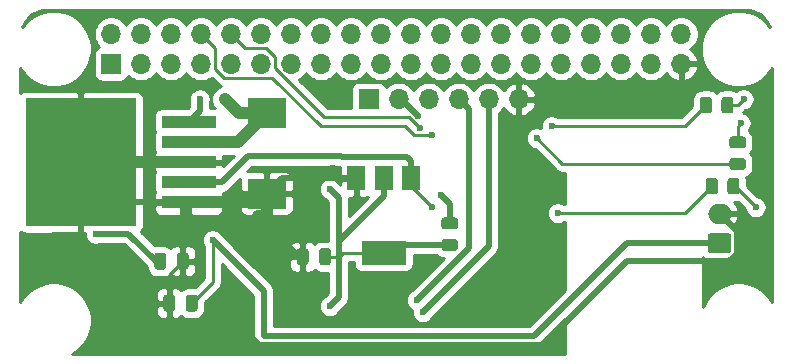
<source format=gbr>
G04 #@! TF.GenerationSoftware,KiCad,Pcbnew,(5.1.9)-1*
G04 #@! TF.CreationDate,2021-08-26T16:25:23+03:00*
G04 #@! TF.ProjectId,ZigbeeShild01,5a696762-6565-4536-9869-6c6430312e6b,rev?*
G04 #@! TF.SameCoordinates,Original*
G04 #@! TF.FileFunction,Copper,L2,Bot*
G04 #@! TF.FilePolarity,Positive*
%FSLAX46Y46*%
G04 Gerber Fmt 4.6, Leading zero omitted, Abs format (unit mm)*
G04 Created by KiCad (PCBNEW (5.1.9)-1) date 2021-08-26 16:25:23*
%MOMM*%
%LPD*%
G01*
G04 APERTURE LIST*
G04 #@! TA.AperFunction,SMDPad,CuDef*
%ADD10R,9.400000X10.800000*%
G04 #@! TD*
G04 #@! TA.AperFunction,SMDPad,CuDef*
%ADD11R,4.600000X1.100000*%
G04 #@! TD*
G04 #@! TA.AperFunction,ComponentPad*
%ADD12O,1.700000X1.700000*%
G04 #@! TD*
G04 #@! TA.AperFunction,ComponentPad*
%ADD13R,1.700000X1.700000*%
G04 #@! TD*
G04 #@! TA.AperFunction,SMDPad,CuDef*
%ADD14R,1.500000X2.000000*%
G04 #@! TD*
G04 #@! TA.AperFunction,SMDPad,CuDef*
%ADD15R,3.800000X2.000000*%
G04 #@! TD*
G04 #@! TA.AperFunction,ComponentPad*
%ADD16O,2.000000X1.700000*%
G04 #@! TD*
G04 #@! TA.AperFunction,SMDPad,CuDef*
%ADD17R,3.300000X2.500000*%
G04 #@! TD*
G04 #@! TA.AperFunction,ViaPad*
%ADD18C,0.600000*%
G04 #@! TD*
G04 #@! TA.AperFunction,Conductor*
%ADD19C,1.000000*%
G04 #@! TD*
G04 #@! TA.AperFunction,Conductor*
%ADD20C,0.500000*%
G04 #@! TD*
G04 #@! TA.AperFunction,Conductor*
%ADD21C,0.250000*%
G04 #@! TD*
G04 #@! TA.AperFunction,Conductor*
%ADD22C,0.254000*%
G04 #@! TD*
G04 #@! TA.AperFunction,Conductor*
%ADD23C,0.100000*%
G04 #@! TD*
G04 APERTURE END LIST*
G04 #@! TA.AperFunction,SMDPad,CuDef*
G36*
G01*
X73044000Y-40074002D02*
X73044000Y-39173998D01*
G75*
G02*
X73293998Y-38924000I249998J0D01*
G01*
X73819002Y-38924000D01*
G75*
G02*
X74069000Y-39173998I0J-249998D01*
G01*
X74069000Y-40074002D01*
G75*
G02*
X73819002Y-40324000I-249998J0D01*
G01*
X73293998Y-40324000D01*
G75*
G02*
X73044000Y-40074002I0J249998D01*
G01*
G37*
G04 #@! TD.AperFunction*
G04 #@! TA.AperFunction,SMDPad,CuDef*
G36*
G01*
X71219000Y-40074002D02*
X71219000Y-39173998D01*
G75*
G02*
X71468998Y-38924000I249998J0D01*
G01*
X71994002Y-38924000D01*
G75*
G02*
X72244000Y-39173998I0J-249998D01*
G01*
X72244000Y-40074002D01*
G75*
G02*
X71994002Y-40324000I-249998J0D01*
G01*
X71468998Y-40324000D01*
G75*
G02*
X71219000Y-40074002I0J249998D01*
G01*
G37*
G04 #@! TD.AperFunction*
D10*
X18288000Y-37592000D03*
D11*
X27438000Y-40992000D03*
X27438000Y-39292000D03*
X27438000Y-37592000D03*
X27438000Y-35892000D03*
X27438000Y-34192000D03*
D12*
X55372000Y-32258000D03*
X52832000Y-32258000D03*
X50292000Y-32258000D03*
X47752000Y-32258000D03*
X45212000Y-32258000D03*
D13*
X42672000Y-32258000D03*
G04 #@! TA.AperFunction,SMDPad,CuDef*
G36*
G01*
X49079998Y-44088000D02*
X49980002Y-44088000D01*
G75*
G02*
X50230000Y-44337998I0J-249998D01*
G01*
X50230000Y-44863002D01*
G75*
G02*
X49980002Y-45113000I-249998J0D01*
G01*
X49079998Y-45113000D01*
G75*
G02*
X48830000Y-44863002I0J249998D01*
G01*
X48830000Y-44337998D01*
G75*
G02*
X49079998Y-44088000I249998J0D01*
G01*
G37*
G04 #@! TD.AperFunction*
G04 #@! TA.AperFunction,SMDPad,CuDef*
G36*
G01*
X49079998Y-42263000D02*
X49980002Y-42263000D01*
G75*
G02*
X50230000Y-42512998I0J-249998D01*
G01*
X50230000Y-43038002D01*
G75*
G02*
X49980002Y-43288000I-249998J0D01*
G01*
X49079998Y-43288000D01*
G75*
G02*
X48830000Y-43038002I0J249998D01*
G01*
X48830000Y-42512998D01*
G75*
G02*
X49079998Y-42263000I249998J0D01*
G01*
G37*
G04 #@! TD.AperFunction*
G04 #@! TA.AperFunction,SMDPad,CuDef*
G36*
G01*
X74364002Y-36430000D02*
X73463998Y-36430000D01*
G75*
G02*
X73214000Y-36180002I0J249998D01*
G01*
X73214000Y-35654998D01*
G75*
G02*
X73463998Y-35405000I249998J0D01*
G01*
X74364002Y-35405000D01*
G75*
G02*
X74614000Y-35654998I0J-249998D01*
G01*
X74614000Y-36180002D01*
G75*
G02*
X74364002Y-36430000I-249998J0D01*
G01*
G37*
G04 #@! TD.AperFunction*
G04 #@! TA.AperFunction,SMDPad,CuDef*
G36*
G01*
X74364002Y-38255000D02*
X73463998Y-38255000D01*
G75*
G02*
X73214000Y-38005002I0J249998D01*
G01*
X73214000Y-37479998D01*
G75*
G02*
X73463998Y-37230000I249998J0D01*
G01*
X74364002Y-37230000D01*
G75*
G02*
X74614000Y-37479998I0J-249998D01*
G01*
X74614000Y-38005002D01*
G75*
G02*
X74364002Y-38255000I-249998J0D01*
G01*
G37*
G04 #@! TD.AperFunction*
G04 #@! TA.AperFunction,SMDPad,CuDef*
G36*
G01*
X72536000Y-33216002D02*
X72536000Y-32315998D01*
G75*
G02*
X72785998Y-32066000I249998J0D01*
G01*
X73311002Y-32066000D01*
G75*
G02*
X73561000Y-32315998I0J-249998D01*
G01*
X73561000Y-33216002D01*
G75*
G02*
X73311002Y-33466000I-249998J0D01*
G01*
X72785998Y-33466000D01*
G75*
G02*
X72536000Y-33216002I0J249998D01*
G01*
G37*
G04 #@! TD.AperFunction*
G04 #@! TA.AperFunction,SMDPad,CuDef*
G36*
G01*
X70711000Y-33216002D02*
X70711000Y-32315998D01*
G75*
G02*
X70960998Y-32066000I249998J0D01*
G01*
X71486002Y-32066000D01*
G75*
G02*
X71736000Y-32315998I0J-249998D01*
G01*
X71736000Y-33216002D01*
G75*
G02*
X71486002Y-33466000I-249998J0D01*
G01*
X70960998Y-33466000D01*
G75*
G02*
X70711000Y-33216002I0J249998D01*
G01*
G37*
G04 #@! TD.AperFunction*
D14*
X41642000Y-38950500D03*
X46242000Y-38950500D03*
X43942000Y-38950500D03*
D15*
X43942000Y-45250500D03*
G04 #@! TA.AperFunction,SMDPad,CuDef*
G36*
G01*
X37584000Y-45118000D02*
X37584000Y-46068000D01*
G75*
G02*
X37334000Y-46318000I-250000J0D01*
G01*
X36834000Y-46318000D01*
G75*
G02*
X36584000Y-46068000I0J250000D01*
G01*
X36584000Y-45118000D01*
G75*
G02*
X36834000Y-44868000I250000J0D01*
G01*
X37334000Y-44868000D01*
G75*
G02*
X37584000Y-45118000I0J-250000D01*
G01*
G37*
G04 #@! TD.AperFunction*
G04 #@! TA.AperFunction,SMDPad,CuDef*
G36*
G01*
X39484000Y-45118000D02*
X39484000Y-46068000D01*
G75*
G02*
X39234000Y-46318000I-250000J0D01*
G01*
X38734000Y-46318000D01*
G75*
G02*
X38484000Y-46068000I0J250000D01*
G01*
X38484000Y-45118000D01*
G75*
G02*
X38734000Y-44868000I250000J0D01*
G01*
X39234000Y-44868000D01*
G75*
G02*
X39484000Y-45118000I0J-250000D01*
G01*
G37*
G04 #@! TD.AperFunction*
D12*
X69126100Y-26733500D03*
X69126100Y-29273500D03*
X66586100Y-26733500D03*
X66586100Y-29273500D03*
X64046100Y-26733500D03*
X64046100Y-29273500D03*
X61506100Y-26733500D03*
X61506100Y-29273500D03*
X58966100Y-26733500D03*
X58966100Y-29273500D03*
X56426100Y-26733500D03*
X56426100Y-29273500D03*
X53886100Y-26733500D03*
X53886100Y-29273500D03*
X51346100Y-26733500D03*
X51346100Y-29273500D03*
X48806100Y-26733500D03*
X48806100Y-29273500D03*
X46266100Y-26733500D03*
X46266100Y-29273500D03*
X43726100Y-26733500D03*
X43726100Y-29273500D03*
X41186100Y-26733500D03*
X41186100Y-29273500D03*
X38646100Y-26733500D03*
X38646100Y-29273500D03*
X36106100Y-26733500D03*
X36106100Y-29273500D03*
X33566100Y-26733500D03*
X33566100Y-29273500D03*
X31026100Y-26733500D03*
X31026100Y-29273500D03*
X28486100Y-26733500D03*
X28486100Y-29273500D03*
X25946100Y-26733500D03*
X25946100Y-29273500D03*
X23406100Y-26733500D03*
X23406100Y-29273500D03*
X20866100Y-26733500D03*
D13*
X20866100Y-29273500D03*
D16*
X72390000Y-41950000D03*
G04 #@! TA.AperFunction,ComponentPad*
G36*
G01*
X73140000Y-45300000D02*
X71640000Y-45300000D01*
G75*
G02*
X71390000Y-45050000I0J250000D01*
G01*
X71390000Y-43850000D01*
G75*
G02*
X71640000Y-43600000I250000J0D01*
G01*
X73140000Y-43600000D01*
G75*
G02*
X73390000Y-43850000I0J-250000D01*
G01*
X73390000Y-45050000D01*
G75*
G02*
X73140000Y-45300000I-250000J0D01*
G01*
G37*
G04 #@! TD.AperFunction*
D17*
X34036000Y-40259000D03*
X34036000Y-33459000D03*
G04 #@! TA.AperFunction,SMDPad,CuDef*
G36*
G01*
X26424000Y-46449000D02*
X26424000Y-45499000D01*
G75*
G02*
X26674000Y-45249000I250000J0D01*
G01*
X27174000Y-45249000D01*
G75*
G02*
X27424000Y-45499000I0J-250000D01*
G01*
X27424000Y-46449000D01*
G75*
G02*
X27174000Y-46699000I-250000J0D01*
G01*
X26674000Y-46699000D01*
G75*
G02*
X26424000Y-46449000I0J250000D01*
G01*
G37*
G04 #@! TD.AperFunction*
G04 #@! TA.AperFunction,SMDPad,CuDef*
G36*
G01*
X24524000Y-46449000D02*
X24524000Y-45499000D01*
G75*
G02*
X24774000Y-45249000I250000J0D01*
G01*
X25274000Y-45249000D01*
G75*
G02*
X25524000Y-45499000I0J-250000D01*
G01*
X25524000Y-46449000D01*
G75*
G02*
X25274000Y-46699000I-250000J0D01*
G01*
X24774000Y-46699000D01*
G75*
G02*
X24524000Y-46449000I0J250000D01*
G01*
G37*
G04 #@! TD.AperFunction*
G04 #@! TA.AperFunction,SMDPad,CuDef*
G36*
G01*
X26286000Y-49055000D02*
X26286000Y-50005000D01*
G75*
G02*
X26036000Y-50255000I-250000J0D01*
G01*
X25536000Y-50255000D01*
G75*
G02*
X25286000Y-50005000I0J250000D01*
G01*
X25286000Y-49055000D01*
G75*
G02*
X25536000Y-48805000I250000J0D01*
G01*
X26036000Y-48805000D01*
G75*
G02*
X26286000Y-49055000I0J-250000D01*
G01*
G37*
G04 #@! TD.AperFunction*
G04 #@! TA.AperFunction,SMDPad,CuDef*
G36*
G01*
X28186000Y-49055000D02*
X28186000Y-50005000D01*
G75*
G02*
X27936000Y-50255000I-250000J0D01*
G01*
X27436000Y-50255000D01*
G75*
G02*
X27186000Y-50005000I0J250000D01*
G01*
X27186000Y-49055000D01*
G75*
G02*
X27436000Y-48805000I250000J0D01*
G01*
X27936000Y-48805000D01*
G75*
G02*
X28186000Y-49055000I0J-250000D01*
G01*
G37*
G04 #@! TD.AperFunction*
D18*
X33274000Y-42173000D03*
X39624000Y-38100000D03*
X29862000Y-49530000D03*
X29464000Y-44196000D03*
X28382000Y-32258000D03*
X27438000Y-39292000D03*
X19558000Y-43658000D03*
X48006000Y-41402000D03*
X58674000Y-41910000D03*
X58166000Y-34544000D03*
X74168000Y-34290000D03*
X39370000Y-49784000D03*
X39370000Y-39878000D03*
X46736000Y-49276002D03*
X47244000Y-50292000D03*
X46881233Y-33688323D03*
X46990002Y-34680990D03*
X48006006Y-35306000D03*
X74422000Y-32258000D03*
X30480000Y-32258000D03*
X75438000Y-41402000D03*
X56896000Y-35560000D03*
X48768000Y-40386000D03*
D19*
X18288000Y-37592000D02*
X27438000Y-37592000D01*
X33303000Y-40992000D02*
X34036000Y-40259000D01*
X27438000Y-40992000D02*
X33303000Y-40992000D01*
X34036000Y-40259000D02*
X34036000Y-41910000D01*
X33773000Y-42173000D02*
X33274000Y-42173000D01*
X34036000Y-41910000D02*
X33773000Y-42173000D01*
D20*
X21688000Y-40992000D02*
X18288000Y-37592000D01*
X27438000Y-40992000D02*
X21688000Y-40992000D01*
X35344500Y-38950500D02*
X34036000Y-40259000D01*
X39712500Y-38188500D02*
X39624000Y-38100000D01*
X39712500Y-38950500D02*
X39712500Y-38188500D01*
X41642000Y-38950500D02*
X39712500Y-38950500D01*
X39712500Y-38950500D02*
X35344500Y-38950500D01*
X73840010Y-45339956D02*
X73205966Y-45974000D01*
X73840010Y-43400010D02*
X73840010Y-45339956D01*
X72390000Y-41950000D02*
X73840010Y-43400010D01*
X73205966Y-45974000D02*
X64516000Y-45974000D01*
X64516000Y-45974000D02*
X57404000Y-53086000D01*
X33418000Y-53086000D02*
X29862000Y-49530000D01*
X57404000Y-53086000D02*
X33418000Y-53086000D01*
X26924000Y-41506000D02*
X27438000Y-40992000D01*
X26924000Y-45974000D02*
X26924000Y-41506000D01*
D21*
X25786000Y-47112000D02*
X26924000Y-45974000D01*
X25786000Y-49530000D02*
X25786000Y-47112000D01*
D20*
X36567000Y-45466000D02*
X33274000Y-42173000D01*
X37084000Y-45466000D02*
X36567000Y-45466000D01*
X72390000Y-44450000D02*
X64516000Y-44450000D01*
X64516000Y-44450000D02*
X56642000Y-52324000D01*
X56642000Y-52324000D02*
X33782000Y-52324000D01*
X33782000Y-48514000D02*
X29464000Y-44196000D01*
X33782000Y-52324000D02*
X33782000Y-48514000D01*
X28382000Y-33248000D02*
X28382000Y-32258000D01*
X27438000Y-34192000D02*
X28382000Y-33248000D01*
D21*
X29464000Y-47752000D02*
X29464000Y-44196000D01*
X27686000Y-49530000D02*
X29464000Y-47752000D01*
D20*
X40332814Y-37084000D02*
X32446000Y-37084000D01*
X32446000Y-37084000D02*
X30238000Y-39292000D01*
X45942511Y-37151011D02*
X40399824Y-37151010D01*
X46242000Y-37450500D02*
X45942511Y-37151011D01*
X40399824Y-37151010D02*
X40332814Y-37084000D01*
X30238000Y-39292000D02*
X27438000Y-39292000D01*
X46242000Y-38950500D02*
X46242000Y-37450500D01*
D21*
X46242000Y-39638000D02*
X48006000Y-41402000D01*
X46242000Y-38950500D02*
X46242000Y-39638000D01*
X69445500Y-41910000D02*
X71731500Y-39624000D01*
X58674000Y-41910000D02*
X69445500Y-41910000D01*
D20*
X22322000Y-43658000D02*
X19558000Y-43658000D01*
X24638000Y-45974000D02*
X22322000Y-43658000D01*
X24892000Y-45974000D02*
X24638000Y-45974000D01*
D21*
X69445500Y-34544000D02*
X71223500Y-32766000D01*
X58166000Y-34544000D02*
X69445500Y-34544000D01*
X73914000Y-34544000D02*
X74168000Y-34290000D01*
X73914000Y-35917500D02*
X73914000Y-34544000D01*
D20*
X40127000Y-44265500D02*
X40127000Y-45593000D01*
X43942000Y-40450500D02*
X40127000Y-44265500D01*
X43942000Y-38950500D02*
X43942000Y-40450500D01*
X40127000Y-49027000D02*
X39370000Y-49784000D01*
X40127000Y-45593000D02*
X40127000Y-49027000D01*
X44592000Y-44600500D02*
X43942000Y-45250500D01*
X49530000Y-44600500D02*
X44592000Y-44600500D01*
X40127000Y-40635000D02*
X39370000Y-39878000D01*
X40127000Y-44265500D02*
X40127000Y-40635000D01*
D21*
X38984000Y-45593000D02*
X40127000Y-45593000D01*
X40469500Y-45250500D02*
X40127000Y-45593000D01*
X43942000Y-45250500D02*
X40469500Y-45250500D01*
D20*
X50292000Y-32258000D02*
X51141999Y-33107999D01*
X51141999Y-33107999D02*
X51141999Y-44870003D01*
X51141999Y-44870003D02*
X46736000Y-49276002D01*
X52832000Y-44704000D02*
X47244000Y-50292000D01*
X52832000Y-32258000D02*
X52832000Y-44704000D01*
X45212000Y-32258000D02*
X45450910Y-32258000D01*
X45450910Y-32258000D02*
X46881233Y-33688323D01*
D21*
X46091012Y-33782000D02*
X46990002Y-34680990D01*
X32201101Y-27908501D02*
X33940103Y-27908501D01*
X33940103Y-27908501D02*
X34741101Y-28709499D01*
X38875598Y-33782000D02*
X46091012Y-33782000D01*
X34741101Y-28709499D02*
X34741101Y-29647503D01*
X31026100Y-26733500D02*
X32201101Y-27908501D01*
X34741101Y-29647503D02*
X38875598Y-33782000D01*
X38606002Y-34544000D02*
X45720000Y-34544000D01*
X34510503Y-30448501D02*
X38606002Y-34544000D01*
X45720000Y-34544000D02*
X46482000Y-35306000D01*
X30448501Y-30448501D02*
X34510503Y-30448501D01*
X46482000Y-35306000D02*
X48006006Y-35306000D01*
X29661101Y-29661101D02*
X30448501Y-30448501D01*
X29661101Y-27908501D02*
X29661101Y-29661101D01*
X28486100Y-26733500D02*
X29661101Y-27908501D01*
X73914000Y-32766000D02*
X74422000Y-32258000D01*
X73048500Y-32766000D02*
X73914000Y-32766000D01*
D19*
X31603000Y-35892000D02*
X34036000Y-33459000D01*
X27438000Y-35892000D02*
X31603000Y-35892000D01*
X34036000Y-33459000D02*
X31681000Y-33459000D01*
X31681000Y-33459000D02*
X30480000Y-32258000D01*
D21*
X73660000Y-39624000D02*
X75438000Y-41402000D01*
X73556500Y-39624000D02*
X73660000Y-39624000D01*
X59078500Y-37742500D02*
X73914000Y-37742500D01*
X56896000Y-35560000D02*
X59078500Y-37742500D01*
D20*
X49530000Y-41148000D02*
X48768000Y-40386000D01*
X49530000Y-42775500D02*
X49530000Y-41148000D01*
D22*
X74949016Y-24732312D02*
X75380930Y-24862714D01*
X75779285Y-25074524D01*
X76128914Y-25359675D01*
X76416497Y-25707303D01*
X76631086Y-26104177D01*
X76645547Y-26150894D01*
X76506575Y-25942907D01*
X76057093Y-25493425D01*
X75528558Y-25140270D01*
X74941281Y-24897012D01*
X74317832Y-24773000D01*
X73682168Y-24773000D01*
X73058719Y-24897012D01*
X72471442Y-25140270D01*
X71942907Y-25493425D01*
X71493425Y-25942907D01*
X71140270Y-26471442D01*
X70897012Y-27058719D01*
X70773000Y-27682168D01*
X70773000Y-28317832D01*
X70897012Y-28941281D01*
X71140270Y-29528558D01*
X71493425Y-30057093D01*
X71942907Y-30506575D01*
X72471442Y-30859730D01*
X73058719Y-31102988D01*
X73682168Y-31227000D01*
X74317832Y-31227000D01*
X74941281Y-31102988D01*
X75528558Y-30859730D01*
X76057093Y-30506575D01*
X76506575Y-30057093D01*
X76815000Y-29595501D01*
X76815001Y-49404500D01*
X76506575Y-48942907D01*
X76057093Y-48493425D01*
X75528558Y-48140270D01*
X74941281Y-47897012D01*
X74317832Y-47773000D01*
X73682168Y-47773000D01*
X73058719Y-47897012D01*
X72471442Y-48140270D01*
X71942907Y-48493425D01*
X71493425Y-48942907D01*
X71140270Y-49471442D01*
X70993000Y-49826983D01*
X70993000Y-45654764D01*
X71012038Y-45677962D01*
X71146614Y-45788405D01*
X71300150Y-45870472D01*
X71466746Y-45921008D01*
X71640000Y-45938072D01*
X73140000Y-45938072D01*
X73313254Y-45921008D01*
X73479850Y-45870472D01*
X73633386Y-45788405D01*
X73767962Y-45677962D01*
X73878405Y-45543386D01*
X73960472Y-45389850D01*
X74011008Y-45223254D01*
X74028072Y-45050000D01*
X74028072Y-43850000D01*
X74011008Y-43676746D01*
X73960472Y-43510150D01*
X73878405Y-43356614D01*
X73767962Y-43222038D01*
X73633386Y-43111595D01*
X73531407Y-43057086D01*
X73531795Y-43056802D01*
X73728664Y-42842046D01*
X73879854Y-42593009D01*
X73979554Y-42319261D01*
X73981476Y-42306890D01*
X73860155Y-42077000D01*
X72517000Y-42077000D01*
X72517000Y-42097000D01*
X72263000Y-42097000D01*
X72263000Y-42077000D01*
X72243000Y-42077000D01*
X72243000Y-41823000D01*
X72263000Y-41823000D01*
X72263000Y-41803000D01*
X72517000Y-41803000D01*
X72517000Y-41823000D01*
X73860155Y-41823000D01*
X73981476Y-41593110D01*
X73979554Y-41580739D01*
X73879854Y-41306991D01*
X73728664Y-41057954D01*
X73640768Y-40962072D01*
X73819002Y-40962072D01*
X73913922Y-40952723D01*
X74514847Y-41553649D01*
X74538932Y-41674729D01*
X74609414Y-41844889D01*
X74711738Y-41998028D01*
X74841972Y-42128262D01*
X74995111Y-42230586D01*
X75165271Y-42301068D01*
X75345911Y-42337000D01*
X75530089Y-42337000D01*
X75710729Y-42301068D01*
X75880889Y-42230586D01*
X76034028Y-42128262D01*
X76164262Y-41998028D01*
X76266586Y-41844889D01*
X76337068Y-41674729D01*
X76373000Y-41494089D01*
X76373000Y-41309911D01*
X76337068Y-41129271D01*
X76266586Y-40959111D01*
X76164262Y-40805972D01*
X76034028Y-40675738D01*
X75880889Y-40573414D01*
X75710729Y-40502932D01*
X75589649Y-40478847D01*
X74707072Y-39596271D01*
X74707072Y-39173998D01*
X74690008Y-39000744D01*
X74642487Y-38844087D01*
X74703852Y-38825472D01*
X74857387Y-38743405D01*
X74991962Y-38632962D01*
X75102405Y-38498387D01*
X75184472Y-38344852D01*
X75235008Y-38178256D01*
X75252072Y-38005002D01*
X75252072Y-37479998D01*
X75235008Y-37306744D01*
X75184472Y-37140148D01*
X75102405Y-36986613D01*
X74991962Y-36852038D01*
X74965109Y-36830000D01*
X74991962Y-36807962D01*
X75102405Y-36673387D01*
X75184472Y-36519852D01*
X75235008Y-36353256D01*
X75252072Y-36180002D01*
X75252072Y-35654998D01*
X75235008Y-35481744D01*
X75184472Y-35315148D01*
X75102405Y-35161613D01*
X74991962Y-35027038D01*
X74860852Y-34919438D01*
X74894262Y-34886028D01*
X74996586Y-34732889D01*
X75067068Y-34562729D01*
X75103000Y-34382089D01*
X75103000Y-34197911D01*
X75067068Y-34017271D01*
X74996586Y-33847111D01*
X74894262Y-33693972D01*
X74764028Y-33563738D01*
X74610889Y-33461414D01*
X74440729Y-33390932D01*
X74368113Y-33376488D01*
X74454001Y-33306001D01*
X74477803Y-33276998D01*
X74573649Y-33181153D01*
X74694729Y-33157068D01*
X74864889Y-33086586D01*
X75018028Y-32984262D01*
X75148262Y-32854028D01*
X75250586Y-32700889D01*
X75321068Y-32530729D01*
X75357000Y-32350089D01*
X75357000Y-32165911D01*
X75321068Y-31985271D01*
X75250586Y-31815111D01*
X75148262Y-31661972D01*
X75018028Y-31531738D01*
X74864889Y-31429414D01*
X74694729Y-31358932D01*
X74514089Y-31323000D01*
X74329911Y-31323000D01*
X74149271Y-31358932D01*
X73979111Y-31429414D01*
X73825972Y-31531738D01*
X73788570Y-31569140D01*
X73650852Y-31495528D01*
X73484256Y-31444992D01*
X73311002Y-31427928D01*
X72785998Y-31427928D01*
X72612744Y-31444992D01*
X72446148Y-31495528D01*
X72292613Y-31577595D01*
X72158038Y-31688038D01*
X72136000Y-31714891D01*
X72113962Y-31688038D01*
X71979387Y-31577595D01*
X71825852Y-31495528D01*
X71659256Y-31444992D01*
X71486002Y-31427928D01*
X70960998Y-31427928D01*
X70787744Y-31444992D01*
X70621148Y-31495528D01*
X70467613Y-31577595D01*
X70333038Y-31688038D01*
X70222595Y-31822613D01*
X70140528Y-31976148D01*
X70089992Y-32142744D01*
X70072928Y-32315998D01*
X70072928Y-32841770D01*
X69130699Y-33784000D01*
X58711535Y-33784000D01*
X58608889Y-33715414D01*
X58438729Y-33644932D01*
X58258089Y-33609000D01*
X58073911Y-33609000D01*
X57893271Y-33644932D01*
X57723111Y-33715414D01*
X57569972Y-33817738D01*
X57439738Y-33947972D01*
X57337414Y-34101111D01*
X57266932Y-34271271D01*
X57231000Y-34451911D01*
X57231000Y-34636089D01*
X57241977Y-34691272D01*
X57168729Y-34660932D01*
X56988089Y-34625000D01*
X56803911Y-34625000D01*
X56623271Y-34660932D01*
X56453111Y-34731414D01*
X56299972Y-34833738D01*
X56169738Y-34963972D01*
X56067414Y-35117111D01*
X55996932Y-35287271D01*
X55961000Y-35467911D01*
X55961000Y-35652089D01*
X55996932Y-35832729D01*
X56067414Y-36002889D01*
X56169738Y-36156028D01*
X56299972Y-36286262D01*
X56453111Y-36388586D01*
X56623271Y-36459068D01*
X56744352Y-36483153D01*
X58514701Y-38253503D01*
X58538499Y-38282501D01*
X58567497Y-38306299D01*
X58654223Y-38377474D01*
X58762959Y-38435595D01*
X58786253Y-38448046D01*
X58929514Y-38491503D01*
X59041167Y-38502500D01*
X59041176Y-38502500D01*
X59078499Y-38506176D01*
X59115822Y-38502500D01*
X59309000Y-38502500D01*
X59309000Y-41150000D01*
X59219535Y-41150000D01*
X59116889Y-41081414D01*
X58946729Y-41010932D01*
X58766089Y-40975000D01*
X58581911Y-40975000D01*
X58401271Y-41010932D01*
X58231111Y-41081414D01*
X58077972Y-41183738D01*
X57947738Y-41313972D01*
X57845414Y-41467111D01*
X57774932Y-41637271D01*
X57739000Y-41817911D01*
X57739000Y-42002089D01*
X57774932Y-42182729D01*
X57845414Y-42352889D01*
X57947738Y-42506028D01*
X58077972Y-42636262D01*
X58231111Y-42738586D01*
X58401271Y-42809068D01*
X58581911Y-42845000D01*
X58766089Y-42845000D01*
X58946729Y-42809068D01*
X59116889Y-42738586D01*
X59219535Y-42670000D01*
X59309000Y-42670000D01*
X59309000Y-48405422D01*
X56275422Y-51439000D01*
X34667000Y-51439000D01*
X34667000Y-48557465D01*
X34671281Y-48513999D01*
X34667000Y-48470533D01*
X34667000Y-48470523D01*
X34654195Y-48340510D01*
X34603589Y-48173687D01*
X34521411Y-48019941D01*
X34410817Y-47885183D01*
X34377049Y-47857470D01*
X32837579Y-46318000D01*
X35945928Y-46318000D01*
X35958188Y-46442482D01*
X35994498Y-46562180D01*
X36053463Y-46672494D01*
X36132815Y-46769185D01*
X36229506Y-46848537D01*
X36339820Y-46907502D01*
X36459518Y-46943812D01*
X36584000Y-46956072D01*
X36798250Y-46953000D01*
X36957000Y-46794250D01*
X36957000Y-45720000D01*
X36107750Y-45720000D01*
X35949000Y-45878750D01*
X35945928Y-46318000D01*
X32837579Y-46318000D01*
X31387579Y-44868000D01*
X35945928Y-44868000D01*
X35949000Y-45307250D01*
X36107750Y-45466000D01*
X36957000Y-45466000D01*
X36957000Y-44391750D01*
X36798250Y-44233000D01*
X36584000Y-44229928D01*
X36459518Y-44242188D01*
X36339820Y-44278498D01*
X36229506Y-44337463D01*
X36132815Y-44416815D01*
X36053463Y-44513506D01*
X35994498Y-44623820D01*
X35958188Y-44743518D01*
X35945928Y-44868000D01*
X31387579Y-44868000D01*
X30306655Y-43787077D01*
X30292586Y-43753111D01*
X30190262Y-43599972D01*
X30060028Y-43469738D01*
X29906889Y-43367414D01*
X29736729Y-43296932D01*
X29556089Y-43261000D01*
X29371911Y-43261000D01*
X29191271Y-43296932D01*
X29021111Y-43367414D01*
X28867972Y-43469738D01*
X28737738Y-43599972D01*
X28635414Y-43753111D01*
X28564932Y-43923271D01*
X28529000Y-44103911D01*
X28529000Y-44288089D01*
X28564932Y-44468729D01*
X28635414Y-44638889D01*
X28704001Y-44741537D01*
X28704000Y-47437198D01*
X27970839Y-48170359D01*
X27936000Y-48166928D01*
X27436000Y-48166928D01*
X27262746Y-48183992D01*
X27096150Y-48234528D01*
X26942614Y-48316595D01*
X26808038Y-48427038D01*
X26802658Y-48433594D01*
X26737185Y-48353815D01*
X26640494Y-48274463D01*
X26530180Y-48215498D01*
X26410482Y-48179188D01*
X26286000Y-48166928D01*
X26071750Y-48170000D01*
X25913000Y-48328750D01*
X25913000Y-49403000D01*
X25933000Y-49403000D01*
X25933000Y-49657000D01*
X25913000Y-49657000D01*
X25913000Y-50731250D01*
X26071750Y-50890000D01*
X26286000Y-50893072D01*
X26410482Y-50880812D01*
X26530180Y-50844502D01*
X26640494Y-50785537D01*
X26737185Y-50706185D01*
X26802658Y-50626406D01*
X26808038Y-50632962D01*
X26942614Y-50743405D01*
X27096150Y-50825472D01*
X27262746Y-50876008D01*
X27436000Y-50893072D01*
X27936000Y-50893072D01*
X28109254Y-50876008D01*
X28275850Y-50825472D01*
X28429386Y-50743405D01*
X28563962Y-50632962D01*
X28674405Y-50498386D01*
X28756472Y-50344850D01*
X28807008Y-50178254D01*
X28824072Y-50005000D01*
X28824072Y-49466729D01*
X29975004Y-48315798D01*
X30004001Y-48292001D01*
X30098974Y-48176276D01*
X30169546Y-48044247D01*
X30213003Y-47900986D01*
X30224000Y-47789333D01*
X30224000Y-47789325D01*
X30227676Y-47752000D01*
X30224000Y-47714675D01*
X30224000Y-46207578D01*
X32897001Y-48880580D01*
X32897000Y-52280523D01*
X32892718Y-52324000D01*
X32909805Y-52497490D01*
X32960411Y-52664313D01*
X33042589Y-52818059D01*
X33153183Y-52952817D01*
X33287941Y-53063411D01*
X33441687Y-53145589D01*
X33608510Y-53196195D01*
X33782000Y-53213282D01*
X33825476Y-53209000D01*
X56598531Y-53209000D01*
X56642000Y-53213281D01*
X56685469Y-53209000D01*
X56685477Y-53209000D01*
X56815490Y-53196195D01*
X56982313Y-53145589D01*
X57136059Y-53063411D01*
X57270817Y-52952817D01*
X57298534Y-52919044D01*
X59309000Y-50908578D01*
X59309000Y-53815000D01*
X17595501Y-53815000D01*
X18057093Y-53506575D01*
X18506575Y-53057093D01*
X18859730Y-52528558D01*
X19102988Y-51941281D01*
X19227000Y-51317832D01*
X19227000Y-50682168D01*
X19142031Y-50255000D01*
X24647928Y-50255000D01*
X24660188Y-50379482D01*
X24696498Y-50499180D01*
X24755463Y-50609494D01*
X24834815Y-50706185D01*
X24931506Y-50785537D01*
X25041820Y-50844502D01*
X25161518Y-50880812D01*
X25286000Y-50893072D01*
X25500250Y-50890000D01*
X25659000Y-50731250D01*
X25659000Y-49657000D01*
X24809750Y-49657000D01*
X24651000Y-49815750D01*
X24647928Y-50255000D01*
X19142031Y-50255000D01*
X19102988Y-50058719D01*
X18859730Y-49471442D01*
X18506575Y-48942907D01*
X18368668Y-48805000D01*
X24647928Y-48805000D01*
X24651000Y-49244250D01*
X24809750Y-49403000D01*
X25659000Y-49403000D01*
X25659000Y-48328750D01*
X25500250Y-48170000D01*
X25286000Y-48166928D01*
X25161518Y-48179188D01*
X25041820Y-48215498D01*
X24931506Y-48274463D01*
X24834815Y-48353815D01*
X24755463Y-48450506D01*
X24696498Y-48560820D01*
X24660188Y-48680518D01*
X24647928Y-48805000D01*
X18368668Y-48805000D01*
X18057093Y-48493425D01*
X17528558Y-48140270D01*
X16941281Y-47897012D01*
X16317832Y-47773000D01*
X15682168Y-47773000D01*
X15058719Y-47897012D01*
X14471442Y-48140270D01*
X13942907Y-48493425D01*
X13493425Y-48942907D01*
X13185000Y-49404499D01*
X13185000Y-43482729D01*
X13233506Y-43522537D01*
X13343820Y-43581502D01*
X13463518Y-43617812D01*
X13588000Y-43630072D01*
X18002250Y-43627000D01*
X18161000Y-43468250D01*
X18161000Y-37719000D01*
X18415000Y-37719000D01*
X18415000Y-43468250D01*
X18573750Y-43627000D01*
X18623000Y-43627034D01*
X18623000Y-43750089D01*
X18658932Y-43930729D01*
X18729414Y-44100889D01*
X18831738Y-44254028D01*
X18961972Y-44384262D01*
X19115111Y-44486586D01*
X19285271Y-44557068D01*
X19465911Y-44593000D01*
X19650089Y-44593000D01*
X19830729Y-44557068D01*
X19864692Y-44543000D01*
X21955422Y-44543000D01*
X23888605Y-46476184D01*
X23902992Y-46622254D01*
X23953528Y-46788850D01*
X24035595Y-46942386D01*
X24146038Y-47076962D01*
X24280614Y-47187405D01*
X24434150Y-47269472D01*
X24600746Y-47320008D01*
X24774000Y-47337072D01*
X25274000Y-47337072D01*
X25447254Y-47320008D01*
X25613850Y-47269472D01*
X25767386Y-47187405D01*
X25901962Y-47076962D01*
X25907342Y-47070406D01*
X25972815Y-47150185D01*
X26069506Y-47229537D01*
X26179820Y-47288502D01*
X26299518Y-47324812D01*
X26424000Y-47337072D01*
X26638250Y-47334000D01*
X26797000Y-47175250D01*
X26797000Y-46101000D01*
X27051000Y-46101000D01*
X27051000Y-47175250D01*
X27209750Y-47334000D01*
X27424000Y-47337072D01*
X27548482Y-47324812D01*
X27668180Y-47288502D01*
X27778494Y-47229537D01*
X27875185Y-47150185D01*
X27954537Y-47053494D01*
X28013502Y-46943180D01*
X28049812Y-46823482D01*
X28062072Y-46699000D01*
X28059000Y-46259750D01*
X27900250Y-46101000D01*
X27051000Y-46101000D01*
X26797000Y-46101000D01*
X26777000Y-46101000D01*
X26777000Y-45847000D01*
X26797000Y-45847000D01*
X26797000Y-44772750D01*
X27051000Y-44772750D01*
X27051000Y-45847000D01*
X27900250Y-45847000D01*
X28059000Y-45688250D01*
X28062072Y-45249000D01*
X28049812Y-45124518D01*
X28013502Y-45004820D01*
X27954537Y-44894506D01*
X27875185Y-44797815D01*
X27778494Y-44718463D01*
X27668180Y-44659498D01*
X27548482Y-44623188D01*
X27424000Y-44610928D01*
X27209750Y-44614000D01*
X27051000Y-44772750D01*
X26797000Y-44772750D01*
X26638250Y-44614000D01*
X26424000Y-44610928D01*
X26299518Y-44623188D01*
X26179820Y-44659498D01*
X26069506Y-44718463D01*
X25972815Y-44797815D01*
X25907342Y-44877594D01*
X25901962Y-44871038D01*
X25767386Y-44760595D01*
X25613850Y-44678528D01*
X25447254Y-44627992D01*
X25274000Y-44610928D01*
X24774000Y-44610928D01*
X24600746Y-44627992D01*
X24556878Y-44641299D01*
X23395014Y-43479435D01*
X23439185Y-43443185D01*
X23518537Y-43346494D01*
X23577502Y-43236180D01*
X23613812Y-43116482D01*
X23626072Y-42992000D01*
X23625202Y-41542000D01*
X24499928Y-41542000D01*
X24512188Y-41666482D01*
X24548498Y-41786180D01*
X24607463Y-41896494D01*
X24686815Y-41993185D01*
X24783506Y-42072537D01*
X24893820Y-42131502D01*
X25013518Y-42167812D01*
X25138000Y-42180072D01*
X27152250Y-42177000D01*
X27311000Y-42018250D01*
X27311000Y-41119000D01*
X27565000Y-41119000D01*
X27565000Y-42018250D01*
X27723750Y-42177000D01*
X29738000Y-42180072D01*
X29862482Y-42167812D01*
X29982180Y-42131502D01*
X30092494Y-42072537D01*
X30189185Y-41993185D01*
X30268537Y-41896494D01*
X30327502Y-41786180D01*
X30363812Y-41666482D01*
X30376072Y-41542000D01*
X30375689Y-41509000D01*
X31747928Y-41509000D01*
X31760188Y-41633482D01*
X31796498Y-41753180D01*
X31855463Y-41863494D01*
X31934815Y-41960185D01*
X32031506Y-42039537D01*
X32141820Y-42098502D01*
X32261518Y-42134812D01*
X32386000Y-42147072D01*
X33750250Y-42144000D01*
X33909000Y-41985250D01*
X33909000Y-40386000D01*
X34163000Y-40386000D01*
X34163000Y-41985250D01*
X34321750Y-42144000D01*
X35686000Y-42147072D01*
X35810482Y-42134812D01*
X35930180Y-42098502D01*
X36040494Y-42039537D01*
X36137185Y-41960185D01*
X36216537Y-41863494D01*
X36275502Y-41753180D01*
X36311812Y-41633482D01*
X36324072Y-41509000D01*
X36321000Y-40544750D01*
X36162250Y-40386000D01*
X34163000Y-40386000D01*
X33909000Y-40386000D01*
X31909750Y-40386000D01*
X31751000Y-40544750D01*
X31747928Y-41509000D01*
X30375689Y-41509000D01*
X30373000Y-41277750D01*
X30214250Y-41119000D01*
X27565000Y-41119000D01*
X27311000Y-41119000D01*
X24661750Y-41119000D01*
X24503000Y-41277750D01*
X24499928Y-41542000D01*
X23625202Y-41542000D01*
X23623000Y-37877750D01*
X23464250Y-37719000D01*
X18415000Y-37719000D01*
X18161000Y-37719000D01*
X18141000Y-37719000D01*
X18141000Y-37465000D01*
X18161000Y-37465000D01*
X18161000Y-31715750D01*
X18415000Y-31715750D01*
X18415000Y-37465000D01*
X23464250Y-37465000D01*
X23623000Y-37306250D01*
X23626072Y-32192000D01*
X23613812Y-32067518D01*
X23577502Y-31947820D01*
X23518537Y-31837506D01*
X23439185Y-31740815D01*
X23342494Y-31661463D01*
X23232180Y-31602498D01*
X23112482Y-31566188D01*
X22988000Y-31553928D01*
X18573750Y-31557000D01*
X18415000Y-31715750D01*
X18161000Y-31715750D01*
X18002250Y-31557000D01*
X13588000Y-31553928D01*
X13463518Y-31566188D01*
X13343820Y-31602498D01*
X13233506Y-31661463D01*
X13185000Y-31701271D01*
X13185000Y-29595501D01*
X13493425Y-30057093D01*
X13942907Y-30506575D01*
X14471442Y-30859730D01*
X15058719Y-31102988D01*
X15682168Y-31227000D01*
X16317832Y-31227000D01*
X16941281Y-31102988D01*
X17528558Y-30859730D01*
X18057093Y-30506575D01*
X18506575Y-30057093D01*
X18859730Y-29528558D01*
X19102988Y-28941281D01*
X19205981Y-28423500D01*
X19378028Y-28423500D01*
X19378028Y-30123500D01*
X19390288Y-30247982D01*
X19426598Y-30367680D01*
X19485563Y-30477994D01*
X19564915Y-30574685D01*
X19661606Y-30654037D01*
X19771920Y-30713002D01*
X19891618Y-30749312D01*
X20016100Y-30761572D01*
X21716100Y-30761572D01*
X21840582Y-30749312D01*
X21960280Y-30713002D01*
X22070594Y-30654037D01*
X22167285Y-30574685D01*
X22246637Y-30477994D01*
X22305602Y-30367680D01*
X22327613Y-30295120D01*
X22459468Y-30426975D01*
X22702689Y-30589490D01*
X22972942Y-30701432D01*
X23259840Y-30758500D01*
X23552360Y-30758500D01*
X23839258Y-30701432D01*
X24109511Y-30589490D01*
X24352732Y-30426975D01*
X24559575Y-30220132D01*
X24676100Y-30045740D01*
X24792625Y-30220132D01*
X24999468Y-30426975D01*
X25242689Y-30589490D01*
X25512942Y-30701432D01*
X25799840Y-30758500D01*
X26092360Y-30758500D01*
X26379258Y-30701432D01*
X26649511Y-30589490D01*
X26892732Y-30426975D01*
X27099575Y-30220132D01*
X27216100Y-30045740D01*
X27332625Y-30220132D01*
X27539468Y-30426975D01*
X27782689Y-30589490D01*
X28052942Y-30701432D01*
X28339840Y-30758500D01*
X28632360Y-30758500D01*
X28919258Y-30701432D01*
X29189511Y-30589490D01*
X29384441Y-30459242D01*
X29884702Y-30959503D01*
X29908500Y-30988502D01*
X30024225Y-31083475D01*
X30156254Y-31154047D01*
X30182774Y-31162092D01*
X30043554Y-31204324D01*
X29846378Y-31309717D01*
X29673552Y-31451552D01*
X29531717Y-31624378D01*
X29426324Y-31821554D01*
X29361423Y-32035502D01*
X29339509Y-32258000D01*
X29361423Y-32480498D01*
X29426324Y-32694446D01*
X29531717Y-32891622D01*
X29623884Y-33003928D01*
X29267000Y-33003928D01*
X29267000Y-32564692D01*
X29281068Y-32530729D01*
X29317000Y-32350089D01*
X29317000Y-32165911D01*
X29281068Y-31985271D01*
X29210586Y-31815111D01*
X29108262Y-31661972D01*
X28978028Y-31531738D01*
X28824889Y-31429414D01*
X28654729Y-31358932D01*
X28474089Y-31323000D01*
X28289911Y-31323000D01*
X28109271Y-31358932D01*
X27939111Y-31429414D01*
X27785972Y-31531738D01*
X27655738Y-31661972D01*
X27553414Y-31815111D01*
X27482932Y-31985271D01*
X27447000Y-32165911D01*
X27447000Y-32350089D01*
X27482932Y-32530729D01*
X27497001Y-32564694D01*
X27497000Y-32881421D01*
X27374493Y-33003928D01*
X25138000Y-33003928D01*
X25013518Y-33016188D01*
X24893820Y-33052498D01*
X24783506Y-33111463D01*
X24686815Y-33190815D01*
X24607463Y-33287506D01*
X24548498Y-33397820D01*
X24512188Y-33517518D01*
X24499928Y-33642000D01*
X24499928Y-34742000D01*
X24512188Y-34866482D01*
X24548498Y-34986180D01*
X24578335Y-35042000D01*
X24548498Y-35097820D01*
X24512188Y-35217518D01*
X24499928Y-35342000D01*
X24499928Y-36442000D01*
X24512188Y-36566482D01*
X24548498Y-36686180D01*
X24578335Y-36742000D01*
X24548498Y-36797820D01*
X24512188Y-36917518D01*
X24499928Y-37042000D01*
X24503000Y-37306250D01*
X24661750Y-37465000D01*
X27311000Y-37465000D01*
X27311000Y-37445000D01*
X27565000Y-37445000D01*
X27565000Y-37465000D01*
X30214250Y-37465000D01*
X30373000Y-37306250D01*
X30376072Y-37042000D01*
X30374595Y-37027000D01*
X31251421Y-37027000D01*
X30373318Y-37905104D01*
X30373000Y-37877750D01*
X30214250Y-37719000D01*
X27565000Y-37719000D01*
X27565000Y-37739000D01*
X27311000Y-37739000D01*
X27311000Y-37719000D01*
X24661750Y-37719000D01*
X24503000Y-37877750D01*
X24499928Y-38142000D01*
X24512188Y-38266482D01*
X24548498Y-38386180D01*
X24578335Y-38442000D01*
X24548498Y-38497820D01*
X24512188Y-38617518D01*
X24499928Y-38742000D01*
X24499928Y-39842000D01*
X24512188Y-39966482D01*
X24548498Y-40086180D01*
X24578335Y-40142000D01*
X24548498Y-40197820D01*
X24512188Y-40317518D01*
X24499928Y-40442000D01*
X24503000Y-40706250D01*
X24661750Y-40865000D01*
X27311000Y-40865000D01*
X27311000Y-40845000D01*
X27565000Y-40845000D01*
X27565000Y-40865000D01*
X30214250Y-40865000D01*
X30373000Y-40706250D01*
X30376072Y-40442000D01*
X30363812Y-40317518D01*
X30327502Y-40197820D01*
X30314628Y-40173735D01*
X30411490Y-40164195D01*
X30578313Y-40113589D01*
X30732059Y-40031411D01*
X30866817Y-39920817D01*
X30894534Y-39887044D01*
X31748006Y-39033572D01*
X31751000Y-39973250D01*
X31909750Y-40132000D01*
X33909000Y-40132000D01*
X33909000Y-38532750D01*
X34163000Y-38532750D01*
X34163000Y-40132000D01*
X36162250Y-40132000D01*
X36321000Y-39973250D01*
X36324072Y-39009000D01*
X36311812Y-38884518D01*
X36275502Y-38764820D01*
X36216537Y-38654506D01*
X36137185Y-38557815D01*
X36040494Y-38478463D01*
X35930180Y-38419498D01*
X35810482Y-38383188D01*
X35686000Y-38370928D01*
X34321750Y-38374000D01*
X34163000Y-38532750D01*
X33909000Y-38532750D01*
X33750250Y-38374000D01*
X32410595Y-38370983D01*
X32812579Y-37969000D01*
X40052780Y-37969000D01*
X40059511Y-37972598D01*
X40226334Y-38023204D01*
X40254253Y-38025954D01*
X40257000Y-38664750D01*
X40415750Y-38823500D01*
X41515000Y-38823500D01*
X41515000Y-38803500D01*
X41769000Y-38803500D01*
X41769000Y-38823500D01*
X41789000Y-38823500D01*
X41789000Y-39077500D01*
X41769000Y-39077500D01*
X41769000Y-40426750D01*
X41927750Y-40585500D01*
X42392000Y-40588572D01*
X42516482Y-40576312D01*
X42585565Y-40555356D01*
X41012000Y-42128922D01*
X41012000Y-40678469D01*
X41016281Y-40635000D01*
X41012000Y-40591531D01*
X41012000Y-40591523D01*
X41011631Y-40587780D01*
X41356250Y-40585500D01*
X41515000Y-40426750D01*
X41515000Y-39077500D01*
X40415750Y-39077500D01*
X40257000Y-39236250D01*
X40255813Y-39512235D01*
X40212655Y-39469077D01*
X40198586Y-39435111D01*
X40096262Y-39281972D01*
X39966028Y-39151738D01*
X39812889Y-39049414D01*
X39642729Y-38978932D01*
X39462089Y-38943000D01*
X39277911Y-38943000D01*
X39097271Y-38978932D01*
X38927111Y-39049414D01*
X38773972Y-39151738D01*
X38643738Y-39281972D01*
X38541414Y-39435111D01*
X38470932Y-39605271D01*
X38435000Y-39785911D01*
X38435000Y-39970089D01*
X38470932Y-40150729D01*
X38541414Y-40320889D01*
X38643738Y-40474028D01*
X38773972Y-40604262D01*
X38927111Y-40706586D01*
X38961077Y-40720655D01*
X39242001Y-41001580D01*
X39242000Y-44222023D01*
X39242000Y-44222031D01*
X39241153Y-44230632D01*
X39234000Y-44229928D01*
X38734000Y-44229928D01*
X38560746Y-44246992D01*
X38394150Y-44297528D01*
X38240614Y-44379595D01*
X38106038Y-44490038D01*
X38100658Y-44496594D01*
X38035185Y-44416815D01*
X37938494Y-44337463D01*
X37828180Y-44278498D01*
X37708482Y-44242188D01*
X37584000Y-44229928D01*
X37369750Y-44233000D01*
X37211000Y-44391750D01*
X37211000Y-45466000D01*
X37231000Y-45466000D01*
X37231000Y-45720000D01*
X37211000Y-45720000D01*
X37211000Y-46794250D01*
X37369750Y-46953000D01*
X37584000Y-46956072D01*
X37708482Y-46943812D01*
X37828180Y-46907502D01*
X37938494Y-46848537D01*
X38035185Y-46769185D01*
X38100658Y-46689406D01*
X38106038Y-46695962D01*
X38240614Y-46806405D01*
X38394150Y-46888472D01*
X38560746Y-46939008D01*
X38734000Y-46956072D01*
X39234000Y-46956072D01*
X39242000Y-46955284D01*
X39242001Y-48660420D01*
X38961077Y-48941345D01*
X38927111Y-48955414D01*
X38773972Y-49057738D01*
X38643738Y-49187972D01*
X38541414Y-49341111D01*
X38470932Y-49511271D01*
X38435000Y-49691911D01*
X38435000Y-49876089D01*
X38470932Y-50056729D01*
X38541414Y-50226889D01*
X38643738Y-50380028D01*
X38773972Y-50510262D01*
X38927111Y-50612586D01*
X39097271Y-50683068D01*
X39277911Y-50719000D01*
X39462089Y-50719000D01*
X39642729Y-50683068D01*
X39812889Y-50612586D01*
X39966028Y-50510262D01*
X40096262Y-50380028D01*
X40198586Y-50226889D01*
X40212655Y-50192923D01*
X40722049Y-49683530D01*
X40755817Y-49655817D01*
X40866411Y-49521059D01*
X40929364Y-49403281D01*
X40948589Y-49367314D01*
X40999195Y-49200490D01*
X41000828Y-49183913D01*
X41012000Y-49070477D01*
X41012000Y-49070469D01*
X41016281Y-49027000D01*
X41012000Y-48983531D01*
X41012000Y-46010500D01*
X41403928Y-46010500D01*
X41403928Y-46250500D01*
X41416188Y-46374982D01*
X41452498Y-46494680D01*
X41511463Y-46604994D01*
X41590815Y-46701685D01*
X41687506Y-46781037D01*
X41797820Y-46840002D01*
X41917518Y-46876312D01*
X42042000Y-46888572D01*
X45842000Y-46888572D01*
X45966482Y-46876312D01*
X46086180Y-46840002D01*
X46196494Y-46781037D01*
X46293185Y-46701685D01*
X46372537Y-46604994D01*
X46431502Y-46494680D01*
X46467812Y-46374982D01*
X46480072Y-46250500D01*
X46480072Y-45485500D01*
X48447555Y-45485500D01*
X48452038Y-45490962D01*
X48586613Y-45601405D01*
X48740148Y-45683472D01*
X48906744Y-45734008D01*
X49015686Y-45744738D01*
X46327077Y-48433347D01*
X46293111Y-48447416D01*
X46139972Y-48549740D01*
X46009738Y-48679974D01*
X45907414Y-48833113D01*
X45836932Y-49003273D01*
X45801000Y-49183913D01*
X45801000Y-49368091D01*
X45836932Y-49548731D01*
X45907414Y-49718891D01*
X46009738Y-49872030D01*
X46139972Y-50002264D01*
X46293111Y-50104588D01*
X46325308Y-50117924D01*
X46309000Y-50199911D01*
X46309000Y-50384089D01*
X46344932Y-50564729D01*
X46415414Y-50734889D01*
X46517738Y-50888028D01*
X46647972Y-51018262D01*
X46801111Y-51120586D01*
X46971271Y-51191068D01*
X47151911Y-51227000D01*
X47336089Y-51227000D01*
X47516729Y-51191068D01*
X47686889Y-51120586D01*
X47840028Y-51018262D01*
X47970262Y-50888028D01*
X48072586Y-50734889D01*
X48086655Y-50700923D01*
X53427049Y-45360530D01*
X53460817Y-45332817D01*
X53528374Y-45250500D01*
X53571410Y-45198060D01*
X53571411Y-45198059D01*
X53653589Y-45044313D01*
X53704195Y-44877490D01*
X53717000Y-44747477D01*
X53717000Y-44747467D01*
X53721281Y-44704001D01*
X53717000Y-44660535D01*
X53717000Y-33452656D01*
X53778632Y-33411475D01*
X53985475Y-33204632D01*
X54107195Y-33022466D01*
X54176822Y-33139355D01*
X54371731Y-33355588D01*
X54605080Y-33529641D01*
X54867901Y-33654825D01*
X55015110Y-33699476D01*
X55245000Y-33578155D01*
X55245000Y-32385000D01*
X55499000Y-32385000D01*
X55499000Y-33578155D01*
X55728890Y-33699476D01*
X55876099Y-33654825D01*
X56138920Y-33529641D01*
X56372269Y-33355588D01*
X56567178Y-33139355D01*
X56716157Y-32889252D01*
X56813481Y-32614891D01*
X56692814Y-32385000D01*
X55499000Y-32385000D01*
X55245000Y-32385000D01*
X55225000Y-32385000D01*
X55225000Y-32131000D01*
X55245000Y-32131000D01*
X55245000Y-30937845D01*
X55499000Y-30937845D01*
X55499000Y-32131000D01*
X56692814Y-32131000D01*
X56813481Y-31901109D01*
X56716157Y-31626748D01*
X56567178Y-31376645D01*
X56372269Y-31160412D01*
X56138920Y-30986359D01*
X55876099Y-30861175D01*
X55728890Y-30816524D01*
X55499000Y-30937845D01*
X55245000Y-30937845D01*
X55015110Y-30816524D01*
X54867901Y-30861175D01*
X54605080Y-30986359D01*
X54371731Y-31160412D01*
X54176822Y-31376645D01*
X54107195Y-31493534D01*
X53985475Y-31311368D01*
X53778632Y-31104525D01*
X53535411Y-30942010D01*
X53265158Y-30830068D01*
X52978260Y-30773000D01*
X52685740Y-30773000D01*
X52398842Y-30830068D01*
X52128589Y-30942010D01*
X51885368Y-31104525D01*
X51678525Y-31311368D01*
X51562000Y-31485760D01*
X51445475Y-31311368D01*
X51238632Y-31104525D01*
X50995411Y-30942010D01*
X50725158Y-30830068D01*
X50438260Y-30773000D01*
X50145740Y-30773000D01*
X49858842Y-30830068D01*
X49588589Y-30942010D01*
X49345368Y-31104525D01*
X49138525Y-31311368D01*
X49022000Y-31485760D01*
X48905475Y-31311368D01*
X48698632Y-31104525D01*
X48455411Y-30942010D01*
X48185158Y-30830068D01*
X47898260Y-30773000D01*
X47605740Y-30773000D01*
X47318842Y-30830068D01*
X47048589Y-30942010D01*
X46805368Y-31104525D01*
X46598525Y-31311368D01*
X46482000Y-31485760D01*
X46365475Y-31311368D01*
X46158632Y-31104525D01*
X45915411Y-30942010D01*
X45645158Y-30830068D01*
X45358260Y-30773000D01*
X45065740Y-30773000D01*
X44778842Y-30830068D01*
X44508589Y-30942010D01*
X44265368Y-31104525D01*
X44133513Y-31236380D01*
X44111502Y-31163820D01*
X44052537Y-31053506D01*
X43973185Y-30956815D01*
X43876494Y-30877463D01*
X43766180Y-30818498D01*
X43646482Y-30782188D01*
X43522000Y-30769928D01*
X41822000Y-30769928D01*
X41697518Y-30782188D01*
X41577820Y-30818498D01*
X41467506Y-30877463D01*
X41370815Y-30956815D01*
X41291463Y-31053506D01*
X41232498Y-31163820D01*
X41196188Y-31283518D01*
X41183928Y-31408000D01*
X41183928Y-33022000D01*
X39190400Y-33022000D01*
X36773009Y-30604610D01*
X36809511Y-30589490D01*
X37052732Y-30426975D01*
X37259575Y-30220132D01*
X37376100Y-30045740D01*
X37492625Y-30220132D01*
X37699468Y-30426975D01*
X37942689Y-30589490D01*
X38212942Y-30701432D01*
X38499840Y-30758500D01*
X38792360Y-30758500D01*
X39079258Y-30701432D01*
X39349511Y-30589490D01*
X39592732Y-30426975D01*
X39799575Y-30220132D01*
X39916100Y-30045740D01*
X40032625Y-30220132D01*
X40239468Y-30426975D01*
X40482689Y-30589490D01*
X40752942Y-30701432D01*
X41039840Y-30758500D01*
X41332360Y-30758500D01*
X41619258Y-30701432D01*
X41889511Y-30589490D01*
X42132732Y-30426975D01*
X42339575Y-30220132D01*
X42456100Y-30045740D01*
X42572625Y-30220132D01*
X42779468Y-30426975D01*
X43022689Y-30589490D01*
X43292942Y-30701432D01*
X43579840Y-30758500D01*
X43872360Y-30758500D01*
X44159258Y-30701432D01*
X44429511Y-30589490D01*
X44672732Y-30426975D01*
X44879575Y-30220132D01*
X44996100Y-30045740D01*
X45112625Y-30220132D01*
X45319468Y-30426975D01*
X45562689Y-30589490D01*
X45832942Y-30701432D01*
X46119840Y-30758500D01*
X46412360Y-30758500D01*
X46699258Y-30701432D01*
X46969511Y-30589490D01*
X47212732Y-30426975D01*
X47419575Y-30220132D01*
X47536100Y-30045740D01*
X47652625Y-30220132D01*
X47859468Y-30426975D01*
X48102689Y-30589490D01*
X48372942Y-30701432D01*
X48659840Y-30758500D01*
X48952360Y-30758500D01*
X49239258Y-30701432D01*
X49509511Y-30589490D01*
X49752732Y-30426975D01*
X49959575Y-30220132D01*
X50076100Y-30045740D01*
X50192625Y-30220132D01*
X50399468Y-30426975D01*
X50642689Y-30589490D01*
X50912942Y-30701432D01*
X51199840Y-30758500D01*
X51492360Y-30758500D01*
X51779258Y-30701432D01*
X52049511Y-30589490D01*
X52292732Y-30426975D01*
X52499575Y-30220132D01*
X52616100Y-30045740D01*
X52732625Y-30220132D01*
X52939468Y-30426975D01*
X53182689Y-30589490D01*
X53452942Y-30701432D01*
X53739840Y-30758500D01*
X54032360Y-30758500D01*
X54319258Y-30701432D01*
X54589511Y-30589490D01*
X54832732Y-30426975D01*
X55039575Y-30220132D01*
X55156100Y-30045740D01*
X55272625Y-30220132D01*
X55479468Y-30426975D01*
X55722689Y-30589490D01*
X55992942Y-30701432D01*
X56279840Y-30758500D01*
X56572360Y-30758500D01*
X56859258Y-30701432D01*
X57129511Y-30589490D01*
X57372732Y-30426975D01*
X57579575Y-30220132D01*
X57696100Y-30045740D01*
X57812625Y-30220132D01*
X58019468Y-30426975D01*
X58262689Y-30589490D01*
X58532942Y-30701432D01*
X58819840Y-30758500D01*
X59112360Y-30758500D01*
X59399258Y-30701432D01*
X59669511Y-30589490D01*
X59912732Y-30426975D01*
X60119575Y-30220132D01*
X60236100Y-30045740D01*
X60352625Y-30220132D01*
X60559468Y-30426975D01*
X60802689Y-30589490D01*
X61072942Y-30701432D01*
X61359840Y-30758500D01*
X61652360Y-30758500D01*
X61939258Y-30701432D01*
X62209511Y-30589490D01*
X62452732Y-30426975D01*
X62659575Y-30220132D01*
X62776100Y-30045740D01*
X62892625Y-30220132D01*
X63099468Y-30426975D01*
X63342689Y-30589490D01*
X63612942Y-30701432D01*
X63899840Y-30758500D01*
X64192360Y-30758500D01*
X64479258Y-30701432D01*
X64749511Y-30589490D01*
X64992732Y-30426975D01*
X65199575Y-30220132D01*
X65316100Y-30045740D01*
X65432625Y-30220132D01*
X65639468Y-30426975D01*
X65882689Y-30589490D01*
X66152942Y-30701432D01*
X66439840Y-30758500D01*
X66732360Y-30758500D01*
X67019258Y-30701432D01*
X67289511Y-30589490D01*
X67532732Y-30426975D01*
X67739575Y-30220132D01*
X67861295Y-30037966D01*
X67930922Y-30154855D01*
X68125831Y-30371088D01*
X68359180Y-30545141D01*
X68622001Y-30670325D01*
X68769210Y-30714976D01*
X68999100Y-30593655D01*
X68999100Y-29400500D01*
X69253100Y-29400500D01*
X69253100Y-30593655D01*
X69482990Y-30714976D01*
X69630199Y-30670325D01*
X69893020Y-30545141D01*
X70126369Y-30371088D01*
X70321278Y-30154855D01*
X70470257Y-29904752D01*
X70567581Y-29630391D01*
X70446914Y-29400500D01*
X69253100Y-29400500D01*
X68999100Y-29400500D01*
X68979100Y-29400500D01*
X68979100Y-29146500D01*
X68999100Y-29146500D01*
X68999100Y-29126500D01*
X69253100Y-29126500D01*
X69253100Y-29146500D01*
X70446914Y-29146500D01*
X70567581Y-28916609D01*
X70470257Y-28642248D01*
X70321278Y-28392145D01*
X70126369Y-28175912D01*
X69896694Y-28004600D01*
X70072732Y-27886975D01*
X70279575Y-27680132D01*
X70442090Y-27436911D01*
X70554032Y-27166658D01*
X70611100Y-26879760D01*
X70611100Y-26587240D01*
X70554032Y-26300342D01*
X70442090Y-26030089D01*
X70279575Y-25786868D01*
X70072732Y-25580025D01*
X69829511Y-25417510D01*
X69559258Y-25305568D01*
X69272360Y-25248500D01*
X68979840Y-25248500D01*
X68692942Y-25305568D01*
X68422689Y-25417510D01*
X68179468Y-25580025D01*
X67972625Y-25786868D01*
X67856100Y-25961260D01*
X67739575Y-25786868D01*
X67532732Y-25580025D01*
X67289511Y-25417510D01*
X67019258Y-25305568D01*
X66732360Y-25248500D01*
X66439840Y-25248500D01*
X66152942Y-25305568D01*
X65882689Y-25417510D01*
X65639468Y-25580025D01*
X65432625Y-25786868D01*
X65316100Y-25961260D01*
X65199575Y-25786868D01*
X64992732Y-25580025D01*
X64749511Y-25417510D01*
X64479258Y-25305568D01*
X64192360Y-25248500D01*
X63899840Y-25248500D01*
X63612942Y-25305568D01*
X63342689Y-25417510D01*
X63099468Y-25580025D01*
X62892625Y-25786868D01*
X62776100Y-25961260D01*
X62659575Y-25786868D01*
X62452732Y-25580025D01*
X62209511Y-25417510D01*
X61939258Y-25305568D01*
X61652360Y-25248500D01*
X61359840Y-25248500D01*
X61072942Y-25305568D01*
X60802689Y-25417510D01*
X60559468Y-25580025D01*
X60352625Y-25786868D01*
X60236100Y-25961260D01*
X60119575Y-25786868D01*
X59912732Y-25580025D01*
X59669511Y-25417510D01*
X59399258Y-25305568D01*
X59112360Y-25248500D01*
X58819840Y-25248500D01*
X58532942Y-25305568D01*
X58262689Y-25417510D01*
X58019468Y-25580025D01*
X57812625Y-25786868D01*
X57696100Y-25961260D01*
X57579575Y-25786868D01*
X57372732Y-25580025D01*
X57129511Y-25417510D01*
X56859258Y-25305568D01*
X56572360Y-25248500D01*
X56279840Y-25248500D01*
X55992942Y-25305568D01*
X55722689Y-25417510D01*
X55479468Y-25580025D01*
X55272625Y-25786868D01*
X55156100Y-25961260D01*
X55039575Y-25786868D01*
X54832732Y-25580025D01*
X54589511Y-25417510D01*
X54319258Y-25305568D01*
X54032360Y-25248500D01*
X53739840Y-25248500D01*
X53452942Y-25305568D01*
X53182689Y-25417510D01*
X52939468Y-25580025D01*
X52732625Y-25786868D01*
X52616100Y-25961260D01*
X52499575Y-25786868D01*
X52292732Y-25580025D01*
X52049511Y-25417510D01*
X51779258Y-25305568D01*
X51492360Y-25248500D01*
X51199840Y-25248500D01*
X50912942Y-25305568D01*
X50642689Y-25417510D01*
X50399468Y-25580025D01*
X50192625Y-25786868D01*
X50076100Y-25961260D01*
X49959575Y-25786868D01*
X49752732Y-25580025D01*
X49509511Y-25417510D01*
X49239258Y-25305568D01*
X48952360Y-25248500D01*
X48659840Y-25248500D01*
X48372942Y-25305568D01*
X48102689Y-25417510D01*
X47859468Y-25580025D01*
X47652625Y-25786868D01*
X47536100Y-25961260D01*
X47419575Y-25786868D01*
X47212732Y-25580025D01*
X46969511Y-25417510D01*
X46699258Y-25305568D01*
X46412360Y-25248500D01*
X46119840Y-25248500D01*
X45832942Y-25305568D01*
X45562689Y-25417510D01*
X45319468Y-25580025D01*
X45112625Y-25786868D01*
X44996100Y-25961260D01*
X44879575Y-25786868D01*
X44672732Y-25580025D01*
X44429511Y-25417510D01*
X44159258Y-25305568D01*
X43872360Y-25248500D01*
X43579840Y-25248500D01*
X43292942Y-25305568D01*
X43022689Y-25417510D01*
X42779468Y-25580025D01*
X42572625Y-25786868D01*
X42456100Y-25961260D01*
X42339575Y-25786868D01*
X42132732Y-25580025D01*
X41889511Y-25417510D01*
X41619258Y-25305568D01*
X41332360Y-25248500D01*
X41039840Y-25248500D01*
X40752942Y-25305568D01*
X40482689Y-25417510D01*
X40239468Y-25580025D01*
X40032625Y-25786868D01*
X39916100Y-25961260D01*
X39799575Y-25786868D01*
X39592732Y-25580025D01*
X39349511Y-25417510D01*
X39079258Y-25305568D01*
X38792360Y-25248500D01*
X38499840Y-25248500D01*
X38212942Y-25305568D01*
X37942689Y-25417510D01*
X37699468Y-25580025D01*
X37492625Y-25786868D01*
X37376100Y-25961260D01*
X37259575Y-25786868D01*
X37052732Y-25580025D01*
X36809511Y-25417510D01*
X36539258Y-25305568D01*
X36252360Y-25248500D01*
X35959840Y-25248500D01*
X35672942Y-25305568D01*
X35402689Y-25417510D01*
X35159468Y-25580025D01*
X34952625Y-25786868D01*
X34836100Y-25961260D01*
X34719575Y-25786868D01*
X34512732Y-25580025D01*
X34269511Y-25417510D01*
X33999258Y-25305568D01*
X33712360Y-25248500D01*
X33419840Y-25248500D01*
X33132942Y-25305568D01*
X32862689Y-25417510D01*
X32619468Y-25580025D01*
X32412625Y-25786868D01*
X32296100Y-25961260D01*
X32179575Y-25786868D01*
X31972732Y-25580025D01*
X31729511Y-25417510D01*
X31459258Y-25305568D01*
X31172360Y-25248500D01*
X30879840Y-25248500D01*
X30592942Y-25305568D01*
X30322689Y-25417510D01*
X30079468Y-25580025D01*
X29872625Y-25786868D01*
X29756100Y-25961260D01*
X29639575Y-25786868D01*
X29432732Y-25580025D01*
X29189511Y-25417510D01*
X28919258Y-25305568D01*
X28632360Y-25248500D01*
X28339840Y-25248500D01*
X28052942Y-25305568D01*
X27782689Y-25417510D01*
X27539468Y-25580025D01*
X27332625Y-25786868D01*
X27216100Y-25961260D01*
X27099575Y-25786868D01*
X26892732Y-25580025D01*
X26649511Y-25417510D01*
X26379258Y-25305568D01*
X26092360Y-25248500D01*
X25799840Y-25248500D01*
X25512942Y-25305568D01*
X25242689Y-25417510D01*
X24999468Y-25580025D01*
X24792625Y-25786868D01*
X24676100Y-25961260D01*
X24559575Y-25786868D01*
X24352732Y-25580025D01*
X24109511Y-25417510D01*
X23839258Y-25305568D01*
X23552360Y-25248500D01*
X23259840Y-25248500D01*
X22972942Y-25305568D01*
X22702689Y-25417510D01*
X22459468Y-25580025D01*
X22252625Y-25786868D01*
X22136100Y-25961260D01*
X22019575Y-25786868D01*
X21812732Y-25580025D01*
X21569511Y-25417510D01*
X21299258Y-25305568D01*
X21012360Y-25248500D01*
X20719840Y-25248500D01*
X20432942Y-25305568D01*
X20162689Y-25417510D01*
X19919468Y-25580025D01*
X19712625Y-25786868D01*
X19550110Y-26030089D01*
X19438168Y-26300342D01*
X19381100Y-26587240D01*
X19381100Y-26879760D01*
X19438168Y-27166658D01*
X19550110Y-27436911D01*
X19712625Y-27680132D01*
X19844480Y-27811987D01*
X19771920Y-27833998D01*
X19661606Y-27892963D01*
X19564915Y-27972315D01*
X19485563Y-28069006D01*
X19426598Y-28179320D01*
X19390288Y-28299018D01*
X19378028Y-28423500D01*
X19205981Y-28423500D01*
X19227000Y-28317832D01*
X19227000Y-27682168D01*
X19102988Y-27058719D01*
X18859730Y-26471442D01*
X18506575Y-25942907D01*
X18057093Y-25493425D01*
X17528558Y-25140270D01*
X16941281Y-24897012D01*
X16317832Y-24773000D01*
X15682168Y-24773000D01*
X15058719Y-24897012D01*
X14471442Y-25140270D01*
X13942907Y-25493425D01*
X13493425Y-25942907D01*
X13351996Y-26154571D01*
X13362714Y-26119070D01*
X13574524Y-25720715D01*
X13859675Y-25371086D01*
X14207303Y-25083503D01*
X14604177Y-24868914D01*
X15035161Y-24735502D01*
X15515654Y-24685000D01*
X74466495Y-24685000D01*
X74949016Y-24732312D01*
G04 #@! TA.AperFunction,Conductor*
D23*
G36*
X74949016Y-24732312D02*
G01*
X75380930Y-24862714D01*
X75779285Y-25074524D01*
X76128914Y-25359675D01*
X76416497Y-25707303D01*
X76631086Y-26104177D01*
X76645547Y-26150894D01*
X76506575Y-25942907D01*
X76057093Y-25493425D01*
X75528558Y-25140270D01*
X74941281Y-24897012D01*
X74317832Y-24773000D01*
X73682168Y-24773000D01*
X73058719Y-24897012D01*
X72471442Y-25140270D01*
X71942907Y-25493425D01*
X71493425Y-25942907D01*
X71140270Y-26471442D01*
X70897012Y-27058719D01*
X70773000Y-27682168D01*
X70773000Y-28317832D01*
X70897012Y-28941281D01*
X71140270Y-29528558D01*
X71493425Y-30057093D01*
X71942907Y-30506575D01*
X72471442Y-30859730D01*
X73058719Y-31102988D01*
X73682168Y-31227000D01*
X74317832Y-31227000D01*
X74941281Y-31102988D01*
X75528558Y-30859730D01*
X76057093Y-30506575D01*
X76506575Y-30057093D01*
X76815000Y-29595501D01*
X76815001Y-49404500D01*
X76506575Y-48942907D01*
X76057093Y-48493425D01*
X75528558Y-48140270D01*
X74941281Y-47897012D01*
X74317832Y-47773000D01*
X73682168Y-47773000D01*
X73058719Y-47897012D01*
X72471442Y-48140270D01*
X71942907Y-48493425D01*
X71493425Y-48942907D01*
X71140270Y-49471442D01*
X70993000Y-49826983D01*
X70993000Y-45654764D01*
X71012038Y-45677962D01*
X71146614Y-45788405D01*
X71300150Y-45870472D01*
X71466746Y-45921008D01*
X71640000Y-45938072D01*
X73140000Y-45938072D01*
X73313254Y-45921008D01*
X73479850Y-45870472D01*
X73633386Y-45788405D01*
X73767962Y-45677962D01*
X73878405Y-45543386D01*
X73960472Y-45389850D01*
X74011008Y-45223254D01*
X74028072Y-45050000D01*
X74028072Y-43850000D01*
X74011008Y-43676746D01*
X73960472Y-43510150D01*
X73878405Y-43356614D01*
X73767962Y-43222038D01*
X73633386Y-43111595D01*
X73531407Y-43057086D01*
X73531795Y-43056802D01*
X73728664Y-42842046D01*
X73879854Y-42593009D01*
X73979554Y-42319261D01*
X73981476Y-42306890D01*
X73860155Y-42077000D01*
X72517000Y-42077000D01*
X72517000Y-42097000D01*
X72263000Y-42097000D01*
X72263000Y-42077000D01*
X72243000Y-42077000D01*
X72243000Y-41823000D01*
X72263000Y-41823000D01*
X72263000Y-41803000D01*
X72517000Y-41803000D01*
X72517000Y-41823000D01*
X73860155Y-41823000D01*
X73981476Y-41593110D01*
X73979554Y-41580739D01*
X73879854Y-41306991D01*
X73728664Y-41057954D01*
X73640768Y-40962072D01*
X73819002Y-40962072D01*
X73913922Y-40952723D01*
X74514847Y-41553649D01*
X74538932Y-41674729D01*
X74609414Y-41844889D01*
X74711738Y-41998028D01*
X74841972Y-42128262D01*
X74995111Y-42230586D01*
X75165271Y-42301068D01*
X75345911Y-42337000D01*
X75530089Y-42337000D01*
X75710729Y-42301068D01*
X75880889Y-42230586D01*
X76034028Y-42128262D01*
X76164262Y-41998028D01*
X76266586Y-41844889D01*
X76337068Y-41674729D01*
X76373000Y-41494089D01*
X76373000Y-41309911D01*
X76337068Y-41129271D01*
X76266586Y-40959111D01*
X76164262Y-40805972D01*
X76034028Y-40675738D01*
X75880889Y-40573414D01*
X75710729Y-40502932D01*
X75589649Y-40478847D01*
X74707072Y-39596271D01*
X74707072Y-39173998D01*
X74690008Y-39000744D01*
X74642487Y-38844087D01*
X74703852Y-38825472D01*
X74857387Y-38743405D01*
X74991962Y-38632962D01*
X75102405Y-38498387D01*
X75184472Y-38344852D01*
X75235008Y-38178256D01*
X75252072Y-38005002D01*
X75252072Y-37479998D01*
X75235008Y-37306744D01*
X75184472Y-37140148D01*
X75102405Y-36986613D01*
X74991962Y-36852038D01*
X74965109Y-36830000D01*
X74991962Y-36807962D01*
X75102405Y-36673387D01*
X75184472Y-36519852D01*
X75235008Y-36353256D01*
X75252072Y-36180002D01*
X75252072Y-35654998D01*
X75235008Y-35481744D01*
X75184472Y-35315148D01*
X75102405Y-35161613D01*
X74991962Y-35027038D01*
X74860852Y-34919438D01*
X74894262Y-34886028D01*
X74996586Y-34732889D01*
X75067068Y-34562729D01*
X75103000Y-34382089D01*
X75103000Y-34197911D01*
X75067068Y-34017271D01*
X74996586Y-33847111D01*
X74894262Y-33693972D01*
X74764028Y-33563738D01*
X74610889Y-33461414D01*
X74440729Y-33390932D01*
X74368113Y-33376488D01*
X74454001Y-33306001D01*
X74477803Y-33276998D01*
X74573649Y-33181153D01*
X74694729Y-33157068D01*
X74864889Y-33086586D01*
X75018028Y-32984262D01*
X75148262Y-32854028D01*
X75250586Y-32700889D01*
X75321068Y-32530729D01*
X75357000Y-32350089D01*
X75357000Y-32165911D01*
X75321068Y-31985271D01*
X75250586Y-31815111D01*
X75148262Y-31661972D01*
X75018028Y-31531738D01*
X74864889Y-31429414D01*
X74694729Y-31358932D01*
X74514089Y-31323000D01*
X74329911Y-31323000D01*
X74149271Y-31358932D01*
X73979111Y-31429414D01*
X73825972Y-31531738D01*
X73788570Y-31569140D01*
X73650852Y-31495528D01*
X73484256Y-31444992D01*
X73311002Y-31427928D01*
X72785998Y-31427928D01*
X72612744Y-31444992D01*
X72446148Y-31495528D01*
X72292613Y-31577595D01*
X72158038Y-31688038D01*
X72136000Y-31714891D01*
X72113962Y-31688038D01*
X71979387Y-31577595D01*
X71825852Y-31495528D01*
X71659256Y-31444992D01*
X71486002Y-31427928D01*
X70960998Y-31427928D01*
X70787744Y-31444992D01*
X70621148Y-31495528D01*
X70467613Y-31577595D01*
X70333038Y-31688038D01*
X70222595Y-31822613D01*
X70140528Y-31976148D01*
X70089992Y-32142744D01*
X70072928Y-32315998D01*
X70072928Y-32841770D01*
X69130699Y-33784000D01*
X58711535Y-33784000D01*
X58608889Y-33715414D01*
X58438729Y-33644932D01*
X58258089Y-33609000D01*
X58073911Y-33609000D01*
X57893271Y-33644932D01*
X57723111Y-33715414D01*
X57569972Y-33817738D01*
X57439738Y-33947972D01*
X57337414Y-34101111D01*
X57266932Y-34271271D01*
X57231000Y-34451911D01*
X57231000Y-34636089D01*
X57241977Y-34691272D01*
X57168729Y-34660932D01*
X56988089Y-34625000D01*
X56803911Y-34625000D01*
X56623271Y-34660932D01*
X56453111Y-34731414D01*
X56299972Y-34833738D01*
X56169738Y-34963972D01*
X56067414Y-35117111D01*
X55996932Y-35287271D01*
X55961000Y-35467911D01*
X55961000Y-35652089D01*
X55996932Y-35832729D01*
X56067414Y-36002889D01*
X56169738Y-36156028D01*
X56299972Y-36286262D01*
X56453111Y-36388586D01*
X56623271Y-36459068D01*
X56744352Y-36483153D01*
X58514701Y-38253503D01*
X58538499Y-38282501D01*
X58567497Y-38306299D01*
X58654223Y-38377474D01*
X58762959Y-38435595D01*
X58786253Y-38448046D01*
X58929514Y-38491503D01*
X59041167Y-38502500D01*
X59041176Y-38502500D01*
X59078499Y-38506176D01*
X59115822Y-38502500D01*
X59309000Y-38502500D01*
X59309000Y-41150000D01*
X59219535Y-41150000D01*
X59116889Y-41081414D01*
X58946729Y-41010932D01*
X58766089Y-40975000D01*
X58581911Y-40975000D01*
X58401271Y-41010932D01*
X58231111Y-41081414D01*
X58077972Y-41183738D01*
X57947738Y-41313972D01*
X57845414Y-41467111D01*
X57774932Y-41637271D01*
X57739000Y-41817911D01*
X57739000Y-42002089D01*
X57774932Y-42182729D01*
X57845414Y-42352889D01*
X57947738Y-42506028D01*
X58077972Y-42636262D01*
X58231111Y-42738586D01*
X58401271Y-42809068D01*
X58581911Y-42845000D01*
X58766089Y-42845000D01*
X58946729Y-42809068D01*
X59116889Y-42738586D01*
X59219535Y-42670000D01*
X59309000Y-42670000D01*
X59309000Y-48405422D01*
X56275422Y-51439000D01*
X34667000Y-51439000D01*
X34667000Y-48557465D01*
X34671281Y-48513999D01*
X34667000Y-48470533D01*
X34667000Y-48470523D01*
X34654195Y-48340510D01*
X34603589Y-48173687D01*
X34521411Y-48019941D01*
X34410817Y-47885183D01*
X34377049Y-47857470D01*
X32837579Y-46318000D01*
X35945928Y-46318000D01*
X35958188Y-46442482D01*
X35994498Y-46562180D01*
X36053463Y-46672494D01*
X36132815Y-46769185D01*
X36229506Y-46848537D01*
X36339820Y-46907502D01*
X36459518Y-46943812D01*
X36584000Y-46956072D01*
X36798250Y-46953000D01*
X36957000Y-46794250D01*
X36957000Y-45720000D01*
X36107750Y-45720000D01*
X35949000Y-45878750D01*
X35945928Y-46318000D01*
X32837579Y-46318000D01*
X31387579Y-44868000D01*
X35945928Y-44868000D01*
X35949000Y-45307250D01*
X36107750Y-45466000D01*
X36957000Y-45466000D01*
X36957000Y-44391750D01*
X36798250Y-44233000D01*
X36584000Y-44229928D01*
X36459518Y-44242188D01*
X36339820Y-44278498D01*
X36229506Y-44337463D01*
X36132815Y-44416815D01*
X36053463Y-44513506D01*
X35994498Y-44623820D01*
X35958188Y-44743518D01*
X35945928Y-44868000D01*
X31387579Y-44868000D01*
X30306655Y-43787077D01*
X30292586Y-43753111D01*
X30190262Y-43599972D01*
X30060028Y-43469738D01*
X29906889Y-43367414D01*
X29736729Y-43296932D01*
X29556089Y-43261000D01*
X29371911Y-43261000D01*
X29191271Y-43296932D01*
X29021111Y-43367414D01*
X28867972Y-43469738D01*
X28737738Y-43599972D01*
X28635414Y-43753111D01*
X28564932Y-43923271D01*
X28529000Y-44103911D01*
X28529000Y-44288089D01*
X28564932Y-44468729D01*
X28635414Y-44638889D01*
X28704001Y-44741537D01*
X28704000Y-47437198D01*
X27970839Y-48170359D01*
X27936000Y-48166928D01*
X27436000Y-48166928D01*
X27262746Y-48183992D01*
X27096150Y-48234528D01*
X26942614Y-48316595D01*
X26808038Y-48427038D01*
X26802658Y-48433594D01*
X26737185Y-48353815D01*
X26640494Y-48274463D01*
X26530180Y-48215498D01*
X26410482Y-48179188D01*
X26286000Y-48166928D01*
X26071750Y-48170000D01*
X25913000Y-48328750D01*
X25913000Y-49403000D01*
X25933000Y-49403000D01*
X25933000Y-49657000D01*
X25913000Y-49657000D01*
X25913000Y-50731250D01*
X26071750Y-50890000D01*
X26286000Y-50893072D01*
X26410482Y-50880812D01*
X26530180Y-50844502D01*
X26640494Y-50785537D01*
X26737185Y-50706185D01*
X26802658Y-50626406D01*
X26808038Y-50632962D01*
X26942614Y-50743405D01*
X27096150Y-50825472D01*
X27262746Y-50876008D01*
X27436000Y-50893072D01*
X27936000Y-50893072D01*
X28109254Y-50876008D01*
X28275850Y-50825472D01*
X28429386Y-50743405D01*
X28563962Y-50632962D01*
X28674405Y-50498386D01*
X28756472Y-50344850D01*
X28807008Y-50178254D01*
X28824072Y-50005000D01*
X28824072Y-49466729D01*
X29975004Y-48315798D01*
X30004001Y-48292001D01*
X30098974Y-48176276D01*
X30169546Y-48044247D01*
X30213003Y-47900986D01*
X30224000Y-47789333D01*
X30224000Y-47789325D01*
X30227676Y-47752000D01*
X30224000Y-47714675D01*
X30224000Y-46207578D01*
X32897001Y-48880580D01*
X32897000Y-52280523D01*
X32892718Y-52324000D01*
X32909805Y-52497490D01*
X32960411Y-52664313D01*
X33042589Y-52818059D01*
X33153183Y-52952817D01*
X33287941Y-53063411D01*
X33441687Y-53145589D01*
X33608510Y-53196195D01*
X33782000Y-53213282D01*
X33825476Y-53209000D01*
X56598531Y-53209000D01*
X56642000Y-53213281D01*
X56685469Y-53209000D01*
X56685477Y-53209000D01*
X56815490Y-53196195D01*
X56982313Y-53145589D01*
X57136059Y-53063411D01*
X57270817Y-52952817D01*
X57298534Y-52919044D01*
X59309000Y-50908578D01*
X59309000Y-53815000D01*
X17595501Y-53815000D01*
X18057093Y-53506575D01*
X18506575Y-53057093D01*
X18859730Y-52528558D01*
X19102988Y-51941281D01*
X19227000Y-51317832D01*
X19227000Y-50682168D01*
X19142031Y-50255000D01*
X24647928Y-50255000D01*
X24660188Y-50379482D01*
X24696498Y-50499180D01*
X24755463Y-50609494D01*
X24834815Y-50706185D01*
X24931506Y-50785537D01*
X25041820Y-50844502D01*
X25161518Y-50880812D01*
X25286000Y-50893072D01*
X25500250Y-50890000D01*
X25659000Y-50731250D01*
X25659000Y-49657000D01*
X24809750Y-49657000D01*
X24651000Y-49815750D01*
X24647928Y-50255000D01*
X19142031Y-50255000D01*
X19102988Y-50058719D01*
X18859730Y-49471442D01*
X18506575Y-48942907D01*
X18368668Y-48805000D01*
X24647928Y-48805000D01*
X24651000Y-49244250D01*
X24809750Y-49403000D01*
X25659000Y-49403000D01*
X25659000Y-48328750D01*
X25500250Y-48170000D01*
X25286000Y-48166928D01*
X25161518Y-48179188D01*
X25041820Y-48215498D01*
X24931506Y-48274463D01*
X24834815Y-48353815D01*
X24755463Y-48450506D01*
X24696498Y-48560820D01*
X24660188Y-48680518D01*
X24647928Y-48805000D01*
X18368668Y-48805000D01*
X18057093Y-48493425D01*
X17528558Y-48140270D01*
X16941281Y-47897012D01*
X16317832Y-47773000D01*
X15682168Y-47773000D01*
X15058719Y-47897012D01*
X14471442Y-48140270D01*
X13942907Y-48493425D01*
X13493425Y-48942907D01*
X13185000Y-49404499D01*
X13185000Y-43482729D01*
X13233506Y-43522537D01*
X13343820Y-43581502D01*
X13463518Y-43617812D01*
X13588000Y-43630072D01*
X18002250Y-43627000D01*
X18161000Y-43468250D01*
X18161000Y-37719000D01*
X18415000Y-37719000D01*
X18415000Y-43468250D01*
X18573750Y-43627000D01*
X18623000Y-43627034D01*
X18623000Y-43750089D01*
X18658932Y-43930729D01*
X18729414Y-44100889D01*
X18831738Y-44254028D01*
X18961972Y-44384262D01*
X19115111Y-44486586D01*
X19285271Y-44557068D01*
X19465911Y-44593000D01*
X19650089Y-44593000D01*
X19830729Y-44557068D01*
X19864692Y-44543000D01*
X21955422Y-44543000D01*
X23888605Y-46476184D01*
X23902992Y-46622254D01*
X23953528Y-46788850D01*
X24035595Y-46942386D01*
X24146038Y-47076962D01*
X24280614Y-47187405D01*
X24434150Y-47269472D01*
X24600746Y-47320008D01*
X24774000Y-47337072D01*
X25274000Y-47337072D01*
X25447254Y-47320008D01*
X25613850Y-47269472D01*
X25767386Y-47187405D01*
X25901962Y-47076962D01*
X25907342Y-47070406D01*
X25972815Y-47150185D01*
X26069506Y-47229537D01*
X26179820Y-47288502D01*
X26299518Y-47324812D01*
X26424000Y-47337072D01*
X26638250Y-47334000D01*
X26797000Y-47175250D01*
X26797000Y-46101000D01*
X27051000Y-46101000D01*
X27051000Y-47175250D01*
X27209750Y-47334000D01*
X27424000Y-47337072D01*
X27548482Y-47324812D01*
X27668180Y-47288502D01*
X27778494Y-47229537D01*
X27875185Y-47150185D01*
X27954537Y-47053494D01*
X28013502Y-46943180D01*
X28049812Y-46823482D01*
X28062072Y-46699000D01*
X28059000Y-46259750D01*
X27900250Y-46101000D01*
X27051000Y-46101000D01*
X26797000Y-46101000D01*
X26777000Y-46101000D01*
X26777000Y-45847000D01*
X26797000Y-45847000D01*
X26797000Y-44772750D01*
X27051000Y-44772750D01*
X27051000Y-45847000D01*
X27900250Y-45847000D01*
X28059000Y-45688250D01*
X28062072Y-45249000D01*
X28049812Y-45124518D01*
X28013502Y-45004820D01*
X27954537Y-44894506D01*
X27875185Y-44797815D01*
X27778494Y-44718463D01*
X27668180Y-44659498D01*
X27548482Y-44623188D01*
X27424000Y-44610928D01*
X27209750Y-44614000D01*
X27051000Y-44772750D01*
X26797000Y-44772750D01*
X26638250Y-44614000D01*
X26424000Y-44610928D01*
X26299518Y-44623188D01*
X26179820Y-44659498D01*
X26069506Y-44718463D01*
X25972815Y-44797815D01*
X25907342Y-44877594D01*
X25901962Y-44871038D01*
X25767386Y-44760595D01*
X25613850Y-44678528D01*
X25447254Y-44627992D01*
X25274000Y-44610928D01*
X24774000Y-44610928D01*
X24600746Y-44627992D01*
X24556878Y-44641299D01*
X23395014Y-43479435D01*
X23439185Y-43443185D01*
X23518537Y-43346494D01*
X23577502Y-43236180D01*
X23613812Y-43116482D01*
X23626072Y-42992000D01*
X23625202Y-41542000D01*
X24499928Y-41542000D01*
X24512188Y-41666482D01*
X24548498Y-41786180D01*
X24607463Y-41896494D01*
X24686815Y-41993185D01*
X24783506Y-42072537D01*
X24893820Y-42131502D01*
X25013518Y-42167812D01*
X25138000Y-42180072D01*
X27152250Y-42177000D01*
X27311000Y-42018250D01*
X27311000Y-41119000D01*
X27565000Y-41119000D01*
X27565000Y-42018250D01*
X27723750Y-42177000D01*
X29738000Y-42180072D01*
X29862482Y-42167812D01*
X29982180Y-42131502D01*
X30092494Y-42072537D01*
X30189185Y-41993185D01*
X30268537Y-41896494D01*
X30327502Y-41786180D01*
X30363812Y-41666482D01*
X30376072Y-41542000D01*
X30375689Y-41509000D01*
X31747928Y-41509000D01*
X31760188Y-41633482D01*
X31796498Y-41753180D01*
X31855463Y-41863494D01*
X31934815Y-41960185D01*
X32031506Y-42039537D01*
X32141820Y-42098502D01*
X32261518Y-42134812D01*
X32386000Y-42147072D01*
X33750250Y-42144000D01*
X33909000Y-41985250D01*
X33909000Y-40386000D01*
X34163000Y-40386000D01*
X34163000Y-41985250D01*
X34321750Y-42144000D01*
X35686000Y-42147072D01*
X35810482Y-42134812D01*
X35930180Y-42098502D01*
X36040494Y-42039537D01*
X36137185Y-41960185D01*
X36216537Y-41863494D01*
X36275502Y-41753180D01*
X36311812Y-41633482D01*
X36324072Y-41509000D01*
X36321000Y-40544750D01*
X36162250Y-40386000D01*
X34163000Y-40386000D01*
X33909000Y-40386000D01*
X31909750Y-40386000D01*
X31751000Y-40544750D01*
X31747928Y-41509000D01*
X30375689Y-41509000D01*
X30373000Y-41277750D01*
X30214250Y-41119000D01*
X27565000Y-41119000D01*
X27311000Y-41119000D01*
X24661750Y-41119000D01*
X24503000Y-41277750D01*
X24499928Y-41542000D01*
X23625202Y-41542000D01*
X23623000Y-37877750D01*
X23464250Y-37719000D01*
X18415000Y-37719000D01*
X18161000Y-37719000D01*
X18141000Y-37719000D01*
X18141000Y-37465000D01*
X18161000Y-37465000D01*
X18161000Y-31715750D01*
X18415000Y-31715750D01*
X18415000Y-37465000D01*
X23464250Y-37465000D01*
X23623000Y-37306250D01*
X23626072Y-32192000D01*
X23613812Y-32067518D01*
X23577502Y-31947820D01*
X23518537Y-31837506D01*
X23439185Y-31740815D01*
X23342494Y-31661463D01*
X23232180Y-31602498D01*
X23112482Y-31566188D01*
X22988000Y-31553928D01*
X18573750Y-31557000D01*
X18415000Y-31715750D01*
X18161000Y-31715750D01*
X18002250Y-31557000D01*
X13588000Y-31553928D01*
X13463518Y-31566188D01*
X13343820Y-31602498D01*
X13233506Y-31661463D01*
X13185000Y-31701271D01*
X13185000Y-29595501D01*
X13493425Y-30057093D01*
X13942907Y-30506575D01*
X14471442Y-30859730D01*
X15058719Y-31102988D01*
X15682168Y-31227000D01*
X16317832Y-31227000D01*
X16941281Y-31102988D01*
X17528558Y-30859730D01*
X18057093Y-30506575D01*
X18506575Y-30057093D01*
X18859730Y-29528558D01*
X19102988Y-28941281D01*
X19205981Y-28423500D01*
X19378028Y-28423500D01*
X19378028Y-30123500D01*
X19390288Y-30247982D01*
X19426598Y-30367680D01*
X19485563Y-30477994D01*
X19564915Y-30574685D01*
X19661606Y-30654037D01*
X19771920Y-30713002D01*
X19891618Y-30749312D01*
X20016100Y-30761572D01*
X21716100Y-30761572D01*
X21840582Y-30749312D01*
X21960280Y-30713002D01*
X22070594Y-30654037D01*
X22167285Y-30574685D01*
X22246637Y-30477994D01*
X22305602Y-30367680D01*
X22327613Y-30295120D01*
X22459468Y-30426975D01*
X22702689Y-30589490D01*
X22972942Y-30701432D01*
X23259840Y-30758500D01*
X23552360Y-30758500D01*
X23839258Y-30701432D01*
X24109511Y-30589490D01*
X24352732Y-30426975D01*
X24559575Y-30220132D01*
X24676100Y-30045740D01*
X24792625Y-30220132D01*
X24999468Y-30426975D01*
X25242689Y-30589490D01*
X25512942Y-30701432D01*
X25799840Y-30758500D01*
X26092360Y-30758500D01*
X26379258Y-30701432D01*
X26649511Y-30589490D01*
X26892732Y-30426975D01*
X27099575Y-30220132D01*
X27216100Y-30045740D01*
X27332625Y-30220132D01*
X27539468Y-30426975D01*
X27782689Y-30589490D01*
X28052942Y-30701432D01*
X28339840Y-30758500D01*
X28632360Y-30758500D01*
X28919258Y-30701432D01*
X29189511Y-30589490D01*
X29384441Y-30459242D01*
X29884702Y-30959503D01*
X29908500Y-30988502D01*
X30024225Y-31083475D01*
X30156254Y-31154047D01*
X30182774Y-31162092D01*
X30043554Y-31204324D01*
X29846378Y-31309717D01*
X29673552Y-31451552D01*
X29531717Y-31624378D01*
X29426324Y-31821554D01*
X29361423Y-32035502D01*
X29339509Y-32258000D01*
X29361423Y-32480498D01*
X29426324Y-32694446D01*
X29531717Y-32891622D01*
X29623884Y-33003928D01*
X29267000Y-33003928D01*
X29267000Y-32564692D01*
X29281068Y-32530729D01*
X29317000Y-32350089D01*
X29317000Y-32165911D01*
X29281068Y-31985271D01*
X29210586Y-31815111D01*
X29108262Y-31661972D01*
X28978028Y-31531738D01*
X28824889Y-31429414D01*
X28654729Y-31358932D01*
X28474089Y-31323000D01*
X28289911Y-31323000D01*
X28109271Y-31358932D01*
X27939111Y-31429414D01*
X27785972Y-31531738D01*
X27655738Y-31661972D01*
X27553414Y-31815111D01*
X27482932Y-31985271D01*
X27447000Y-32165911D01*
X27447000Y-32350089D01*
X27482932Y-32530729D01*
X27497001Y-32564694D01*
X27497000Y-32881421D01*
X27374493Y-33003928D01*
X25138000Y-33003928D01*
X25013518Y-33016188D01*
X24893820Y-33052498D01*
X24783506Y-33111463D01*
X24686815Y-33190815D01*
X24607463Y-33287506D01*
X24548498Y-33397820D01*
X24512188Y-33517518D01*
X24499928Y-33642000D01*
X24499928Y-34742000D01*
X24512188Y-34866482D01*
X24548498Y-34986180D01*
X24578335Y-35042000D01*
X24548498Y-35097820D01*
X24512188Y-35217518D01*
X24499928Y-35342000D01*
X24499928Y-36442000D01*
X24512188Y-36566482D01*
X24548498Y-36686180D01*
X24578335Y-36742000D01*
X24548498Y-36797820D01*
X24512188Y-36917518D01*
X24499928Y-37042000D01*
X24503000Y-37306250D01*
X24661750Y-37465000D01*
X27311000Y-37465000D01*
X27311000Y-37445000D01*
X27565000Y-37445000D01*
X27565000Y-37465000D01*
X30214250Y-37465000D01*
X30373000Y-37306250D01*
X30376072Y-37042000D01*
X30374595Y-37027000D01*
X31251421Y-37027000D01*
X30373318Y-37905104D01*
X30373000Y-37877750D01*
X30214250Y-37719000D01*
X27565000Y-37719000D01*
X27565000Y-37739000D01*
X27311000Y-37739000D01*
X27311000Y-37719000D01*
X24661750Y-37719000D01*
X24503000Y-37877750D01*
X24499928Y-38142000D01*
X24512188Y-38266482D01*
X24548498Y-38386180D01*
X24578335Y-38442000D01*
X24548498Y-38497820D01*
X24512188Y-38617518D01*
X24499928Y-38742000D01*
X24499928Y-39842000D01*
X24512188Y-39966482D01*
X24548498Y-40086180D01*
X24578335Y-40142000D01*
X24548498Y-40197820D01*
X24512188Y-40317518D01*
X24499928Y-40442000D01*
X24503000Y-40706250D01*
X24661750Y-40865000D01*
X27311000Y-40865000D01*
X27311000Y-40845000D01*
X27565000Y-40845000D01*
X27565000Y-40865000D01*
X30214250Y-40865000D01*
X30373000Y-40706250D01*
X30376072Y-40442000D01*
X30363812Y-40317518D01*
X30327502Y-40197820D01*
X30314628Y-40173735D01*
X30411490Y-40164195D01*
X30578313Y-40113589D01*
X30732059Y-40031411D01*
X30866817Y-39920817D01*
X30894534Y-39887044D01*
X31748006Y-39033572D01*
X31751000Y-39973250D01*
X31909750Y-40132000D01*
X33909000Y-40132000D01*
X33909000Y-38532750D01*
X34163000Y-38532750D01*
X34163000Y-40132000D01*
X36162250Y-40132000D01*
X36321000Y-39973250D01*
X36324072Y-39009000D01*
X36311812Y-38884518D01*
X36275502Y-38764820D01*
X36216537Y-38654506D01*
X36137185Y-38557815D01*
X36040494Y-38478463D01*
X35930180Y-38419498D01*
X35810482Y-38383188D01*
X35686000Y-38370928D01*
X34321750Y-38374000D01*
X34163000Y-38532750D01*
X33909000Y-38532750D01*
X33750250Y-38374000D01*
X32410595Y-38370983D01*
X32812579Y-37969000D01*
X40052780Y-37969000D01*
X40059511Y-37972598D01*
X40226334Y-38023204D01*
X40254253Y-38025954D01*
X40257000Y-38664750D01*
X40415750Y-38823500D01*
X41515000Y-38823500D01*
X41515000Y-38803500D01*
X41769000Y-38803500D01*
X41769000Y-38823500D01*
X41789000Y-38823500D01*
X41789000Y-39077500D01*
X41769000Y-39077500D01*
X41769000Y-40426750D01*
X41927750Y-40585500D01*
X42392000Y-40588572D01*
X42516482Y-40576312D01*
X42585565Y-40555356D01*
X41012000Y-42128922D01*
X41012000Y-40678469D01*
X41016281Y-40635000D01*
X41012000Y-40591531D01*
X41012000Y-40591523D01*
X41011631Y-40587780D01*
X41356250Y-40585500D01*
X41515000Y-40426750D01*
X41515000Y-39077500D01*
X40415750Y-39077500D01*
X40257000Y-39236250D01*
X40255813Y-39512235D01*
X40212655Y-39469077D01*
X40198586Y-39435111D01*
X40096262Y-39281972D01*
X39966028Y-39151738D01*
X39812889Y-39049414D01*
X39642729Y-38978932D01*
X39462089Y-38943000D01*
X39277911Y-38943000D01*
X39097271Y-38978932D01*
X38927111Y-39049414D01*
X38773972Y-39151738D01*
X38643738Y-39281972D01*
X38541414Y-39435111D01*
X38470932Y-39605271D01*
X38435000Y-39785911D01*
X38435000Y-39970089D01*
X38470932Y-40150729D01*
X38541414Y-40320889D01*
X38643738Y-40474028D01*
X38773972Y-40604262D01*
X38927111Y-40706586D01*
X38961077Y-40720655D01*
X39242001Y-41001580D01*
X39242000Y-44222023D01*
X39242000Y-44222031D01*
X39241153Y-44230632D01*
X39234000Y-44229928D01*
X38734000Y-44229928D01*
X38560746Y-44246992D01*
X38394150Y-44297528D01*
X38240614Y-44379595D01*
X38106038Y-44490038D01*
X38100658Y-44496594D01*
X38035185Y-44416815D01*
X37938494Y-44337463D01*
X37828180Y-44278498D01*
X37708482Y-44242188D01*
X37584000Y-44229928D01*
X37369750Y-44233000D01*
X37211000Y-44391750D01*
X37211000Y-45466000D01*
X37231000Y-45466000D01*
X37231000Y-45720000D01*
X37211000Y-45720000D01*
X37211000Y-46794250D01*
X37369750Y-46953000D01*
X37584000Y-46956072D01*
X37708482Y-46943812D01*
X37828180Y-46907502D01*
X37938494Y-46848537D01*
X38035185Y-46769185D01*
X38100658Y-46689406D01*
X38106038Y-46695962D01*
X38240614Y-46806405D01*
X38394150Y-46888472D01*
X38560746Y-46939008D01*
X38734000Y-46956072D01*
X39234000Y-46956072D01*
X39242000Y-46955284D01*
X39242001Y-48660420D01*
X38961077Y-48941345D01*
X38927111Y-48955414D01*
X38773972Y-49057738D01*
X38643738Y-49187972D01*
X38541414Y-49341111D01*
X38470932Y-49511271D01*
X38435000Y-49691911D01*
X38435000Y-49876089D01*
X38470932Y-50056729D01*
X38541414Y-50226889D01*
X38643738Y-50380028D01*
X38773972Y-50510262D01*
X38927111Y-50612586D01*
X39097271Y-50683068D01*
X39277911Y-50719000D01*
X39462089Y-50719000D01*
X39642729Y-50683068D01*
X39812889Y-50612586D01*
X39966028Y-50510262D01*
X40096262Y-50380028D01*
X40198586Y-50226889D01*
X40212655Y-50192923D01*
X40722049Y-49683530D01*
X40755817Y-49655817D01*
X40866411Y-49521059D01*
X40929364Y-49403281D01*
X40948589Y-49367314D01*
X40999195Y-49200490D01*
X41000828Y-49183913D01*
X41012000Y-49070477D01*
X41012000Y-49070469D01*
X41016281Y-49027000D01*
X41012000Y-48983531D01*
X41012000Y-46010500D01*
X41403928Y-46010500D01*
X41403928Y-46250500D01*
X41416188Y-46374982D01*
X41452498Y-46494680D01*
X41511463Y-46604994D01*
X41590815Y-46701685D01*
X41687506Y-46781037D01*
X41797820Y-46840002D01*
X41917518Y-46876312D01*
X42042000Y-46888572D01*
X45842000Y-46888572D01*
X45966482Y-46876312D01*
X46086180Y-46840002D01*
X46196494Y-46781037D01*
X46293185Y-46701685D01*
X46372537Y-46604994D01*
X46431502Y-46494680D01*
X46467812Y-46374982D01*
X46480072Y-46250500D01*
X46480072Y-45485500D01*
X48447555Y-45485500D01*
X48452038Y-45490962D01*
X48586613Y-45601405D01*
X48740148Y-45683472D01*
X48906744Y-45734008D01*
X49015686Y-45744738D01*
X46327077Y-48433347D01*
X46293111Y-48447416D01*
X46139972Y-48549740D01*
X46009738Y-48679974D01*
X45907414Y-48833113D01*
X45836932Y-49003273D01*
X45801000Y-49183913D01*
X45801000Y-49368091D01*
X45836932Y-49548731D01*
X45907414Y-49718891D01*
X46009738Y-49872030D01*
X46139972Y-50002264D01*
X46293111Y-50104588D01*
X46325308Y-50117924D01*
X46309000Y-50199911D01*
X46309000Y-50384089D01*
X46344932Y-50564729D01*
X46415414Y-50734889D01*
X46517738Y-50888028D01*
X46647972Y-51018262D01*
X46801111Y-51120586D01*
X46971271Y-51191068D01*
X47151911Y-51227000D01*
X47336089Y-51227000D01*
X47516729Y-51191068D01*
X47686889Y-51120586D01*
X47840028Y-51018262D01*
X47970262Y-50888028D01*
X48072586Y-50734889D01*
X48086655Y-50700923D01*
X53427049Y-45360530D01*
X53460817Y-45332817D01*
X53528374Y-45250500D01*
X53571410Y-45198060D01*
X53571411Y-45198059D01*
X53653589Y-45044313D01*
X53704195Y-44877490D01*
X53717000Y-44747477D01*
X53717000Y-44747467D01*
X53721281Y-44704001D01*
X53717000Y-44660535D01*
X53717000Y-33452656D01*
X53778632Y-33411475D01*
X53985475Y-33204632D01*
X54107195Y-33022466D01*
X54176822Y-33139355D01*
X54371731Y-33355588D01*
X54605080Y-33529641D01*
X54867901Y-33654825D01*
X55015110Y-33699476D01*
X55245000Y-33578155D01*
X55245000Y-32385000D01*
X55499000Y-32385000D01*
X55499000Y-33578155D01*
X55728890Y-33699476D01*
X55876099Y-33654825D01*
X56138920Y-33529641D01*
X56372269Y-33355588D01*
X56567178Y-33139355D01*
X56716157Y-32889252D01*
X56813481Y-32614891D01*
X56692814Y-32385000D01*
X55499000Y-32385000D01*
X55245000Y-32385000D01*
X55225000Y-32385000D01*
X55225000Y-32131000D01*
X55245000Y-32131000D01*
X55245000Y-30937845D01*
X55499000Y-30937845D01*
X55499000Y-32131000D01*
X56692814Y-32131000D01*
X56813481Y-31901109D01*
X56716157Y-31626748D01*
X56567178Y-31376645D01*
X56372269Y-31160412D01*
X56138920Y-30986359D01*
X55876099Y-30861175D01*
X55728890Y-30816524D01*
X55499000Y-30937845D01*
X55245000Y-30937845D01*
X55015110Y-30816524D01*
X54867901Y-30861175D01*
X54605080Y-30986359D01*
X54371731Y-31160412D01*
X54176822Y-31376645D01*
X54107195Y-31493534D01*
X53985475Y-31311368D01*
X53778632Y-31104525D01*
X53535411Y-30942010D01*
X53265158Y-30830068D01*
X52978260Y-30773000D01*
X52685740Y-30773000D01*
X52398842Y-30830068D01*
X52128589Y-30942010D01*
X51885368Y-31104525D01*
X51678525Y-31311368D01*
X51562000Y-31485760D01*
X51445475Y-31311368D01*
X51238632Y-31104525D01*
X50995411Y-30942010D01*
X50725158Y-30830068D01*
X50438260Y-30773000D01*
X50145740Y-30773000D01*
X49858842Y-30830068D01*
X49588589Y-30942010D01*
X49345368Y-31104525D01*
X49138525Y-31311368D01*
X49022000Y-31485760D01*
X48905475Y-31311368D01*
X48698632Y-31104525D01*
X48455411Y-30942010D01*
X48185158Y-30830068D01*
X47898260Y-30773000D01*
X47605740Y-30773000D01*
X47318842Y-30830068D01*
X47048589Y-30942010D01*
X46805368Y-31104525D01*
X46598525Y-31311368D01*
X46482000Y-31485760D01*
X46365475Y-31311368D01*
X46158632Y-31104525D01*
X45915411Y-30942010D01*
X45645158Y-30830068D01*
X45358260Y-30773000D01*
X45065740Y-30773000D01*
X44778842Y-30830068D01*
X44508589Y-30942010D01*
X44265368Y-31104525D01*
X44133513Y-31236380D01*
X44111502Y-31163820D01*
X44052537Y-31053506D01*
X43973185Y-30956815D01*
X43876494Y-30877463D01*
X43766180Y-30818498D01*
X43646482Y-30782188D01*
X43522000Y-30769928D01*
X41822000Y-30769928D01*
X41697518Y-30782188D01*
X41577820Y-30818498D01*
X41467506Y-30877463D01*
X41370815Y-30956815D01*
X41291463Y-31053506D01*
X41232498Y-31163820D01*
X41196188Y-31283518D01*
X41183928Y-31408000D01*
X41183928Y-33022000D01*
X39190400Y-33022000D01*
X36773009Y-30604610D01*
X36809511Y-30589490D01*
X37052732Y-30426975D01*
X37259575Y-30220132D01*
X37376100Y-30045740D01*
X37492625Y-30220132D01*
X37699468Y-30426975D01*
X37942689Y-30589490D01*
X38212942Y-30701432D01*
X38499840Y-30758500D01*
X38792360Y-30758500D01*
X39079258Y-30701432D01*
X39349511Y-30589490D01*
X39592732Y-30426975D01*
X39799575Y-30220132D01*
X39916100Y-30045740D01*
X40032625Y-30220132D01*
X40239468Y-30426975D01*
X40482689Y-30589490D01*
X40752942Y-30701432D01*
X41039840Y-30758500D01*
X41332360Y-30758500D01*
X41619258Y-30701432D01*
X41889511Y-30589490D01*
X42132732Y-30426975D01*
X42339575Y-30220132D01*
X42456100Y-30045740D01*
X42572625Y-30220132D01*
X42779468Y-30426975D01*
X43022689Y-30589490D01*
X43292942Y-30701432D01*
X43579840Y-30758500D01*
X43872360Y-30758500D01*
X44159258Y-30701432D01*
X44429511Y-30589490D01*
X44672732Y-30426975D01*
X44879575Y-30220132D01*
X44996100Y-30045740D01*
X45112625Y-30220132D01*
X45319468Y-30426975D01*
X45562689Y-30589490D01*
X45832942Y-30701432D01*
X46119840Y-30758500D01*
X46412360Y-30758500D01*
X46699258Y-30701432D01*
X46969511Y-30589490D01*
X47212732Y-30426975D01*
X47419575Y-30220132D01*
X47536100Y-30045740D01*
X47652625Y-30220132D01*
X47859468Y-30426975D01*
X48102689Y-30589490D01*
X48372942Y-30701432D01*
X48659840Y-30758500D01*
X48952360Y-30758500D01*
X49239258Y-30701432D01*
X49509511Y-30589490D01*
X49752732Y-30426975D01*
X49959575Y-30220132D01*
X50076100Y-30045740D01*
X50192625Y-30220132D01*
X50399468Y-30426975D01*
X50642689Y-30589490D01*
X50912942Y-30701432D01*
X51199840Y-30758500D01*
X51492360Y-30758500D01*
X51779258Y-30701432D01*
X52049511Y-30589490D01*
X52292732Y-30426975D01*
X52499575Y-30220132D01*
X52616100Y-30045740D01*
X52732625Y-30220132D01*
X52939468Y-30426975D01*
X53182689Y-30589490D01*
X53452942Y-30701432D01*
X53739840Y-30758500D01*
X54032360Y-30758500D01*
X54319258Y-30701432D01*
X54589511Y-30589490D01*
X54832732Y-30426975D01*
X55039575Y-30220132D01*
X55156100Y-30045740D01*
X55272625Y-30220132D01*
X55479468Y-30426975D01*
X55722689Y-30589490D01*
X55992942Y-30701432D01*
X56279840Y-30758500D01*
X56572360Y-30758500D01*
X56859258Y-30701432D01*
X57129511Y-30589490D01*
X57372732Y-30426975D01*
X57579575Y-30220132D01*
X57696100Y-30045740D01*
X57812625Y-30220132D01*
X58019468Y-30426975D01*
X58262689Y-30589490D01*
X58532942Y-30701432D01*
X58819840Y-30758500D01*
X59112360Y-30758500D01*
X59399258Y-30701432D01*
X59669511Y-30589490D01*
X59912732Y-30426975D01*
X60119575Y-30220132D01*
X60236100Y-30045740D01*
X60352625Y-30220132D01*
X60559468Y-30426975D01*
X60802689Y-30589490D01*
X61072942Y-30701432D01*
X61359840Y-30758500D01*
X61652360Y-30758500D01*
X61939258Y-30701432D01*
X62209511Y-30589490D01*
X62452732Y-30426975D01*
X62659575Y-30220132D01*
X62776100Y-30045740D01*
X62892625Y-30220132D01*
X63099468Y-30426975D01*
X63342689Y-30589490D01*
X63612942Y-30701432D01*
X63899840Y-30758500D01*
X64192360Y-30758500D01*
X64479258Y-30701432D01*
X64749511Y-30589490D01*
X64992732Y-30426975D01*
X65199575Y-30220132D01*
X65316100Y-30045740D01*
X65432625Y-30220132D01*
X65639468Y-30426975D01*
X65882689Y-30589490D01*
X66152942Y-30701432D01*
X66439840Y-30758500D01*
X66732360Y-30758500D01*
X67019258Y-30701432D01*
X67289511Y-30589490D01*
X67532732Y-30426975D01*
X67739575Y-30220132D01*
X67861295Y-30037966D01*
X67930922Y-30154855D01*
X68125831Y-30371088D01*
X68359180Y-30545141D01*
X68622001Y-30670325D01*
X68769210Y-30714976D01*
X68999100Y-30593655D01*
X68999100Y-29400500D01*
X69253100Y-29400500D01*
X69253100Y-30593655D01*
X69482990Y-30714976D01*
X69630199Y-30670325D01*
X69893020Y-30545141D01*
X70126369Y-30371088D01*
X70321278Y-30154855D01*
X70470257Y-29904752D01*
X70567581Y-29630391D01*
X70446914Y-29400500D01*
X69253100Y-29400500D01*
X68999100Y-29400500D01*
X68979100Y-29400500D01*
X68979100Y-29146500D01*
X68999100Y-29146500D01*
X68999100Y-29126500D01*
X69253100Y-29126500D01*
X69253100Y-29146500D01*
X70446914Y-29146500D01*
X70567581Y-28916609D01*
X70470257Y-28642248D01*
X70321278Y-28392145D01*
X70126369Y-28175912D01*
X69896694Y-28004600D01*
X70072732Y-27886975D01*
X70279575Y-27680132D01*
X70442090Y-27436911D01*
X70554032Y-27166658D01*
X70611100Y-26879760D01*
X70611100Y-26587240D01*
X70554032Y-26300342D01*
X70442090Y-26030089D01*
X70279575Y-25786868D01*
X70072732Y-25580025D01*
X69829511Y-25417510D01*
X69559258Y-25305568D01*
X69272360Y-25248500D01*
X68979840Y-25248500D01*
X68692942Y-25305568D01*
X68422689Y-25417510D01*
X68179468Y-25580025D01*
X67972625Y-25786868D01*
X67856100Y-25961260D01*
X67739575Y-25786868D01*
X67532732Y-25580025D01*
X67289511Y-25417510D01*
X67019258Y-25305568D01*
X66732360Y-25248500D01*
X66439840Y-25248500D01*
X66152942Y-25305568D01*
X65882689Y-25417510D01*
X65639468Y-25580025D01*
X65432625Y-25786868D01*
X65316100Y-25961260D01*
X65199575Y-25786868D01*
X64992732Y-25580025D01*
X64749511Y-25417510D01*
X64479258Y-25305568D01*
X64192360Y-25248500D01*
X63899840Y-25248500D01*
X63612942Y-25305568D01*
X63342689Y-25417510D01*
X63099468Y-25580025D01*
X62892625Y-25786868D01*
X62776100Y-25961260D01*
X62659575Y-25786868D01*
X62452732Y-25580025D01*
X62209511Y-25417510D01*
X61939258Y-25305568D01*
X61652360Y-25248500D01*
X61359840Y-25248500D01*
X61072942Y-25305568D01*
X60802689Y-25417510D01*
X60559468Y-25580025D01*
X60352625Y-25786868D01*
X60236100Y-25961260D01*
X60119575Y-25786868D01*
X59912732Y-25580025D01*
X59669511Y-25417510D01*
X59399258Y-25305568D01*
X59112360Y-25248500D01*
X58819840Y-25248500D01*
X58532942Y-25305568D01*
X58262689Y-25417510D01*
X58019468Y-25580025D01*
X57812625Y-25786868D01*
X57696100Y-25961260D01*
X57579575Y-25786868D01*
X57372732Y-25580025D01*
X57129511Y-25417510D01*
X56859258Y-25305568D01*
X56572360Y-25248500D01*
X56279840Y-25248500D01*
X55992942Y-25305568D01*
X55722689Y-25417510D01*
X55479468Y-25580025D01*
X55272625Y-25786868D01*
X55156100Y-25961260D01*
X55039575Y-25786868D01*
X54832732Y-25580025D01*
X54589511Y-25417510D01*
X54319258Y-25305568D01*
X54032360Y-25248500D01*
X53739840Y-25248500D01*
X53452942Y-25305568D01*
X53182689Y-25417510D01*
X52939468Y-25580025D01*
X52732625Y-25786868D01*
X52616100Y-25961260D01*
X52499575Y-25786868D01*
X52292732Y-25580025D01*
X52049511Y-25417510D01*
X51779258Y-25305568D01*
X51492360Y-25248500D01*
X51199840Y-25248500D01*
X50912942Y-25305568D01*
X50642689Y-25417510D01*
X50399468Y-25580025D01*
X50192625Y-25786868D01*
X50076100Y-25961260D01*
X49959575Y-25786868D01*
X49752732Y-25580025D01*
X49509511Y-25417510D01*
X49239258Y-25305568D01*
X48952360Y-25248500D01*
X48659840Y-25248500D01*
X48372942Y-25305568D01*
X48102689Y-25417510D01*
X47859468Y-25580025D01*
X47652625Y-25786868D01*
X47536100Y-25961260D01*
X47419575Y-25786868D01*
X47212732Y-25580025D01*
X46969511Y-25417510D01*
X46699258Y-25305568D01*
X46412360Y-25248500D01*
X46119840Y-25248500D01*
X45832942Y-25305568D01*
X45562689Y-25417510D01*
X45319468Y-25580025D01*
X45112625Y-25786868D01*
X44996100Y-25961260D01*
X44879575Y-25786868D01*
X44672732Y-25580025D01*
X44429511Y-25417510D01*
X44159258Y-25305568D01*
X43872360Y-25248500D01*
X43579840Y-25248500D01*
X43292942Y-25305568D01*
X43022689Y-25417510D01*
X42779468Y-25580025D01*
X42572625Y-25786868D01*
X42456100Y-25961260D01*
X42339575Y-25786868D01*
X42132732Y-25580025D01*
X41889511Y-25417510D01*
X41619258Y-25305568D01*
X41332360Y-25248500D01*
X41039840Y-25248500D01*
X40752942Y-25305568D01*
X40482689Y-25417510D01*
X40239468Y-25580025D01*
X40032625Y-25786868D01*
X39916100Y-25961260D01*
X39799575Y-25786868D01*
X39592732Y-25580025D01*
X39349511Y-25417510D01*
X39079258Y-25305568D01*
X38792360Y-25248500D01*
X38499840Y-25248500D01*
X38212942Y-25305568D01*
X37942689Y-25417510D01*
X37699468Y-25580025D01*
X37492625Y-25786868D01*
X37376100Y-25961260D01*
X37259575Y-25786868D01*
X37052732Y-25580025D01*
X36809511Y-25417510D01*
X36539258Y-25305568D01*
X36252360Y-25248500D01*
X35959840Y-25248500D01*
X35672942Y-25305568D01*
X35402689Y-25417510D01*
X35159468Y-25580025D01*
X34952625Y-25786868D01*
X34836100Y-25961260D01*
X34719575Y-25786868D01*
X34512732Y-25580025D01*
X34269511Y-25417510D01*
X33999258Y-25305568D01*
X33712360Y-25248500D01*
X33419840Y-25248500D01*
X33132942Y-25305568D01*
X32862689Y-25417510D01*
X32619468Y-25580025D01*
X32412625Y-25786868D01*
X32296100Y-25961260D01*
X32179575Y-25786868D01*
X31972732Y-25580025D01*
X31729511Y-25417510D01*
X31459258Y-25305568D01*
X31172360Y-25248500D01*
X30879840Y-25248500D01*
X30592942Y-25305568D01*
X30322689Y-25417510D01*
X30079468Y-25580025D01*
X29872625Y-25786868D01*
X29756100Y-25961260D01*
X29639575Y-25786868D01*
X29432732Y-25580025D01*
X29189511Y-25417510D01*
X28919258Y-25305568D01*
X28632360Y-25248500D01*
X28339840Y-25248500D01*
X28052942Y-25305568D01*
X27782689Y-25417510D01*
X27539468Y-25580025D01*
X27332625Y-25786868D01*
X27216100Y-25961260D01*
X27099575Y-25786868D01*
X26892732Y-25580025D01*
X26649511Y-25417510D01*
X26379258Y-25305568D01*
X26092360Y-25248500D01*
X25799840Y-25248500D01*
X25512942Y-25305568D01*
X25242689Y-25417510D01*
X24999468Y-25580025D01*
X24792625Y-25786868D01*
X24676100Y-25961260D01*
X24559575Y-25786868D01*
X24352732Y-25580025D01*
X24109511Y-25417510D01*
X23839258Y-25305568D01*
X23552360Y-25248500D01*
X23259840Y-25248500D01*
X22972942Y-25305568D01*
X22702689Y-25417510D01*
X22459468Y-25580025D01*
X22252625Y-25786868D01*
X22136100Y-25961260D01*
X22019575Y-25786868D01*
X21812732Y-25580025D01*
X21569511Y-25417510D01*
X21299258Y-25305568D01*
X21012360Y-25248500D01*
X20719840Y-25248500D01*
X20432942Y-25305568D01*
X20162689Y-25417510D01*
X19919468Y-25580025D01*
X19712625Y-25786868D01*
X19550110Y-26030089D01*
X19438168Y-26300342D01*
X19381100Y-26587240D01*
X19381100Y-26879760D01*
X19438168Y-27166658D01*
X19550110Y-27436911D01*
X19712625Y-27680132D01*
X19844480Y-27811987D01*
X19771920Y-27833998D01*
X19661606Y-27892963D01*
X19564915Y-27972315D01*
X19485563Y-28069006D01*
X19426598Y-28179320D01*
X19390288Y-28299018D01*
X19378028Y-28423500D01*
X19205981Y-28423500D01*
X19227000Y-28317832D01*
X19227000Y-27682168D01*
X19102988Y-27058719D01*
X18859730Y-26471442D01*
X18506575Y-25942907D01*
X18057093Y-25493425D01*
X17528558Y-25140270D01*
X16941281Y-24897012D01*
X16317832Y-24773000D01*
X15682168Y-24773000D01*
X15058719Y-24897012D01*
X14471442Y-25140270D01*
X13942907Y-25493425D01*
X13493425Y-25942907D01*
X13351996Y-26154571D01*
X13362714Y-26119070D01*
X13574524Y-25720715D01*
X13859675Y-25371086D01*
X14207303Y-25083503D01*
X14604177Y-24868914D01*
X15035161Y-24735502D01*
X15515654Y-24685000D01*
X74466495Y-24685000D01*
X74949016Y-24732312D01*
G37*
G04 #@! TD.AperFunction*
M02*

</source>
